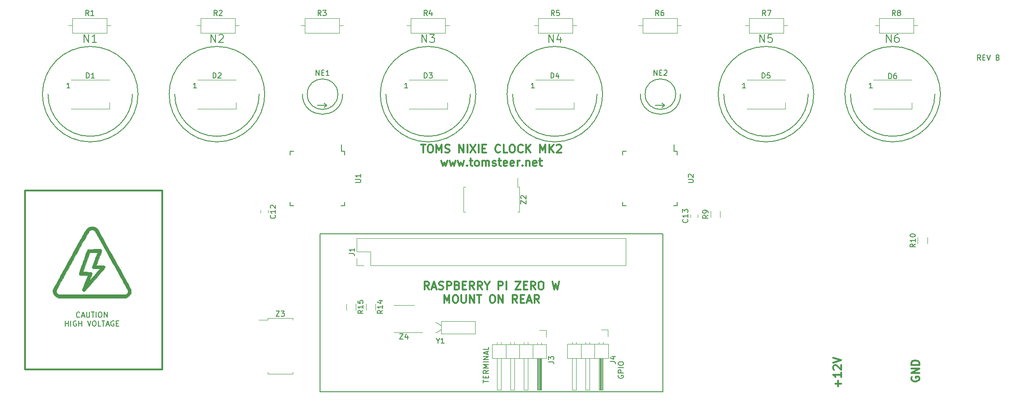
<source format=gbr>
G04 #@! TF.GenerationSoftware,KiCad,Pcbnew,5.1.5+dfsg1-2build2*
G04 #@! TF.CreationDate,2020-07-19T22:13:21-05:00*
G04 #@! TF.ProjectId,pi-nixie,70692d6e-6978-4696-952e-6b696361645f,rev?*
G04 #@! TF.SameCoordinates,Original*
G04 #@! TF.FileFunction,Legend,Top*
G04 #@! TF.FilePolarity,Positive*
%FSLAX46Y46*%
G04 Gerber Fmt 4.6, Leading zero omitted, Abs format (unit mm)*
G04 Created by KiCad (PCBNEW 5.1.5+dfsg1-2build2) date 2020-07-19 22:13:21*
%MOMM*%
%LPD*%
G04 APERTURE LIST*
%ADD10C,0.300000*%
%ADD11C,0.150000*%
%ADD12C,0.190000*%
%ADD13C,0.010000*%
%ADD14C,0.120000*%
%ADD15C,0.200000*%
G04 APERTURE END LIST*
D10*
X37675000Y-70275000D02*
X11675000Y-70275000D01*
X37675000Y-36275000D02*
X37675000Y-70275000D01*
X11675000Y-36275000D02*
X37675000Y-36275000D01*
X11675000Y-36275000D02*
X11675000Y-70275000D01*
D11*
X22015476Y-60257142D02*
X21967857Y-60304761D01*
X21825000Y-60352380D01*
X21729761Y-60352380D01*
X21586904Y-60304761D01*
X21491666Y-60209523D01*
X21444047Y-60114285D01*
X21396428Y-59923809D01*
X21396428Y-59780952D01*
X21444047Y-59590476D01*
X21491666Y-59495238D01*
X21586904Y-59400000D01*
X21729761Y-59352380D01*
X21825000Y-59352380D01*
X21967857Y-59400000D01*
X22015476Y-59447619D01*
X22396428Y-60066666D02*
X22872619Y-60066666D01*
X22301190Y-60352380D02*
X22634523Y-59352380D01*
X22967857Y-60352380D01*
X23301190Y-59352380D02*
X23301190Y-60161904D01*
X23348809Y-60257142D01*
X23396428Y-60304761D01*
X23491666Y-60352380D01*
X23682142Y-60352380D01*
X23777380Y-60304761D01*
X23825000Y-60257142D01*
X23872619Y-60161904D01*
X23872619Y-59352380D01*
X24205952Y-59352380D02*
X24777380Y-59352380D01*
X24491666Y-60352380D02*
X24491666Y-59352380D01*
X25110714Y-60352380D02*
X25110714Y-59352380D01*
X25777380Y-59352380D02*
X25967857Y-59352380D01*
X26063095Y-59400000D01*
X26158333Y-59495238D01*
X26205952Y-59685714D01*
X26205952Y-60019047D01*
X26158333Y-60209523D01*
X26063095Y-60304761D01*
X25967857Y-60352380D01*
X25777380Y-60352380D01*
X25682142Y-60304761D01*
X25586904Y-60209523D01*
X25539285Y-60019047D01*
X25539285Y-59685714D01*
X25586904Y-59495238D01*
X25682142Y-59400000D01*
X25777380Y-59352380D01*
X26634523Y-60352380D02*
X26634523Y-59352380D01*
X27205952Y-60352380D01*
X27205952Y-59352380D01*
X19277380Y-62002380D02*
X19277380Y-61002380D01*
X19277380Y-61478571D02*
X19848809Y-61478571D01*
X19848809Y-62002380D02*
X19848809Y-61002380D01*
X20325000Y-62002380D02*
X20325000Y-61002380D01*
X21325000Y-61050000D02*
X21229761Y-61002380D01*
X21086904Y-61002380D01*
X20944047Y-61050000D01*
X20848809Y-61145238D01*
X20801190Y-61240476D01*
X20753571Y-61430952D01*
X20753571Y-61573809D01*
X20801190Y-61764285D01*
X20848809Y-61859523D01*
X20944047Y-61954761D01*
X21086904Y-62002380D01*
X21182142Y-62002380D01*
X21325000Y-61954761D01*
X21372619Y-61907142D01*
X21372619Y-61573809D01*
X21182142Y-61573809D01*
X21801190Y-62002380D02*
X21801190Y-61002380D01*
X21801190Y-61478571D02*
X22372619Y-61478571D01*
X22372619Y-62002380D02*
X22372619Y-61002380D01*
X23467857Y-61002380D02*
X23801190Y-62002380D01*
X24134523Y-61002380D01*
X24658333Y-61002380D02*
X24848809Y-61002380D01*
X24944047Y-61050000D01*
X25039285Y-61145238D01*
X25086904Y-61335714D01*
X25086904Y-61669047D01*
X25039285Y-61859523D01*
X24944047Y-61954761D01*
X24848809Y-62002380D01*
X24658333Y-62002380D01*
X24563095Y-61954761D01*
X24467857Y-61859523D01*
X24420238Y-61669047D01*
X24420238Y-61335714D01*
X24467857Y-61145238D01*
X24563095Y-61050000D01*
X24658333Y-61002380D01*
X25991666Y-62002380D02*
X25515476Y-62002380D01*
X25515476Y-61002380D01*
X26182142Y-61002380D02*
X26753571Y-61002380D01*
X26467857Y-62002380D02*
X26467857Y-61002380D01*
X27039285Y-61716666D02*
X27515476Y-61716666D01*
X26944047Y-62002380D02*
X27277380Y-61002380D01*
X27610714Y-62002380D01*
X28467857Y-61050000D02*
X28372619Y-61002380D01*
X28229761Y-61002380D01*
X28086904Y-61050000D01*
X27991666Y-61145238D01*
X27944047Y-61240476D01*
X27896428Y-61430952D01*
X27896428Y-61573809D01*
X27944047Y-61764285D01*
X27991666Y-61859523D01*
X28086904Y-61954761D01*
X28229761Y-62002380D01*
X28325000Y-62002380D01*
X28467857Y-61954761D01*
X28515476Y-61907142D01*
X28515476Y-61573809D01*
X28325000Y-61573809D01*
X28944047Y-61478571D02*
X29277380Y-61478571D01*
X29420238Y-62002380D02*
X28944047Y-62002380D01*
X28944047Y-61002380D01*
X29420238Y-61002380D01*
X192647619Y-11552380D02*
X192314285Y-11076190D01*
X192076190Y-11552380D02*
X192076190Y-10552380D01*
X192457142Y-10552380D01*
X192552380Y-10600000D01*
X192600000Y-10647619D01*
X192647619Y-10742857D01*
X192647619Y-10885714D01*
X192600000Y-10980952D01*
X192552380Y-11028571D01*
X192457142Y-11076190D01*
X192076190Y-11076190D01*
X193076190Y-11028571D02*
X193409523Y-11028571D01*
X193552380Y-11552380D02*
X193076190Y-11552380D01*
X193076190Y-10552380D01*
X193552380Y-10552380D01*
X193838095Y-10552380D02*
X194171428Y-11552380D01*
X194504761Y-10552380D01*
X195933333Y-11028571D02*
X196076190Y-11076190D01*
X196123809Y-11123809D01*
X196171428Y-11219047D01*
X196171428Y-11361904D01*
X196123809Y-11457142D01*
X196076190Y-11504761D01*
X195980952Y-11552380D01*
X195600000Y-11552380D01*
X195600000Y-10552380D01*
X195933333Y-10552380D01*
X196028571Y-10600000D01*
X196076190Y-10647619D01*
X196123809Y-10742857D01*
X196123809Y-10838095D01*
X196076190Y-10933333D01*
X196028571Y-10980952D01*
X195933333Y-11028571D01*
X195600000Y-11028571D01*
D12*
X124050000Y-71350000D02*
X124002380Y-71445238D01*
X124002380Y-71588095D01*
X124050000Y-71730952D01*
X124145238Y-71826190D01*
X124240476Y-71873809D01*
X124430952Y-71921428D01*
X124573809Y-71921428D01*
X124764285Y-71873809D01*
X124859523Y-71826190D01*
X124954761Y-71730952D01*
X125002380Y-71588095D01*
X125002380Y-71492857D01*
X124954761Y-71350000D01*
X124907142Y-71302380D01*
X124573809Y-71302380D01*
X124573809Y-71492857D01*
X125002380Y-70873809D02*
X124002380Y-70873809D01*
X124002380Y-70492857D01*
X124050000Y-70397619D01*
X124097619Y-70350000D01*
X124192857Y-70302380D01*
X124335714Y-70302380D01*
X124430952Y-70350000D01*
X124478571Y-70397619D01*
X124526190Y-70492857D01*
X124526190Y-70873809D01*
X125002380Y-69873809D02*
X124002380Y-69873809D01*
X124002380Y-69207142D02*
X124002380Y-69016666D01*
X124050000Y-68921428D01*
X124145238Y-68826190D01*
X124335714Y-68778571D01*
X124669047Y-68778571D01*
X124859523Y-68826190D01*
X124954761Y-68921428D01*
X125002380Y-69016666D01*
X125002380Y-69207142D01*
X124954761Y-69302380D01*
X124859523Y-69397619D01*
X124669047Y-69445238D01*
X124335714Y-69445238D01*
X124145238Y-69397619D01*
X124050000Y-69302380D01*
X124002380Y-69207142D01*
X98452380Y-72779761D02*
X98452380Y-72208333D01*
X99452380Y-72494047D02*
X98452380Y-72494047D01*
X98928571Y-71875000D02*
X98928571Y-71541666D01*
X99452380Y-71398809D02*
X99452380Y-71875000D01*
X98452380Y-71875000D01*
X98452380Y-71398809D01*
X99452380Y-70398809D02*
X98976190Y-70732142D01*
X99452380Y-70970238D02*
X98452380Y-70970238D01*
X98452380Y-70589285D01*
X98500000Y-70494047D01*
X98547619Y-70446428D01*
X98642857Y-70398809D01*
X98785714Y-70398809D01*
X98880952Y-70446428D01*
X98928571Y-70494047D01*
X98976190Y-70589285D01*
X98976190Y-70970238D01*
X99452380Y-69970238D02*
X98452380Y-69970238D01*
X99166666Y-69636904D01*
X98452380Y-69303571D01*
X99452380Y-69303571D01*
X99452380Y-68827380D02*
X98452380Y-68827380D01*
X99452380Y-68351190D02*
X98452380Y-68351190D01*
X99452380Y-67779761D01*
X98452380Y-67779761D01*
X99166666Y-67351190D02*
X99166666Y-66875000D01*
X99452380Y-67446428D02*
X98452380Y-67113095D01*
X99452380Y-66779761D01*
X99452380Y-65970238D02*
X99452380Y-66446428D01*
X98452380Y-66446428D01*
D10*
X165682142Y-73492857D02*
X165682142Y-72350000D01*
X166253571Y-72921428D02*
X165110714Y-72921428D01*
X166253571Y-70850000D02*
X166253571Y-71707142D01*
X166253571Y-71278571D02*
X164753571Y-71278571D01*
X164967857Y-71421428D01*
X165110714Y-71564285D01*
X165182142Y-71707142D01*
X164896428Y-70278571D02*
X164825000Y-70207142D01*
X164753571Y-70064285D01*
X164753571Y-69707142D01*
X164825000Y-69564285D01*
X164896428Y-69492857D01*
X165039285Y-69421428D01*
X165182142Y-69421428D01*
X165396428Y-69492857D01*
X166253571Y-70350000D01*
X166253571Y-69421428D01*
X164753571Y-68992857D02*
X166253571Y-68492857D01*
X164753571Y-67992857D01*
X179600000Y-71667857D02*
X179528571Y-71810714D01*
X179528571Y-72025000D01*
X179600000Y-72239285D01*
X179742857Y-72382142D01*
X179885714Y-72453571D01*
X180171428Y-72525000D01*
X180385714Y-72525000D01*
X180671428Y-72453571D01*
X180814285Y-72382142D01*
X180957142Y-72239285D01*
X181028571Y-72025000D01*
X181028571Y-71882142D01*
X180957142Y-71667857D01*
X180885714Y-71596428D01*
X180385714Y-71596428D01*
X180385714Y-71882142D01*
X181028571Y-70953571D02*
X179528571Y-70953571D01*
X181028571Y-70096428D01*
X179528571Y-70096428D01*
X181028571Y-69382142D02*
X179528571Y-69382142D01*
X179528571Y-69025000D01*
X179600000Y-68810714D01*
X179742857Y-68667857D01*
X179885714Y-68596428D01*
X180171428Y-68525000D01*
X180385714Y-68525000D01*
X180671428Y-68596428D01*
X180814285Y-68667857D01*
X180957142Y-68810714D01*
X181028571Y-69025000D01*
X181028571Y-69382142D01*
X86642857Y-27603571D02*
X87500000Y-27603571D01*
X87071428Y-29103571D02*
X87071428Y-27603571D01*
X88285714Y-27603571D02*
X88571428Y-27603571D01*
X88714285Y-27675000D01*
X88857142Y-27817857D01*
X88928571Y-28103571D01*
X88928571Y-28603571D01*
X88857142Y-28889285D01*
X88714285Y-29032142D01*
X88571428Y-29103571D01*
X88285714Y-29103571D01*
X88142857Y-29032142D01*
X88000000Y-28889285D01*
X87928571Y-28603571D01*
X87928571Y-28103571D01*
X88000000Y-27817857D01*
X88142857Y-27675000D01*
X88285714Y-27603571D01*
X89571428Y-29103571D02*
X89571428Y-27603571D01*
X90071428Y-28675000D01*
X90571428Y-27603571D01*
X90571428Y-29103571D01*
X91214285Y-29032142D02*
X91428571Y-29103571D01*
X91785714Y-29103571D01*
X91928571Y-29032142D01*
X92000000Y-28960714D01*
X92071428Y-28817857D01*
X92071428Y-28675000D01*
X92000000Y-28532142D01*
X91928571Y-28460714D01*
X91785714Y-28389285D01*
X91500000Y-28317857D01*
X91357142Y-28246428D01*
X91285714Y-28175000D01*
X91214285Y-28032142D01*
X91214285Y-27889285D01*
X91285714Y-27746428D01*
X91357142Y-27675000D01*
X91500000Y-27603571D01*
X91857142Y-27603571D01*
X92071428Y-27675000D01*
X93857142Y-29103571D02*
X93857142Y-27603571D01*
X94714285Y-29103571D01*
X94714285Y-27603571D01*
X95428571Y-29103571D02*
X95428571Y-27603571D01*
X96000000Y-27603571D02*
X97000000Y-29103571D01*
X97000000Y-27603571D02*
X96000000Y-29103571D01*
X97571428Y-29103571D02*
X97571428Y-27603571D01*
X98285714Y-28317857D02*
X98785714Y-28317857D01*
X99000000Y-29103571D02*
X98285714Y-29103571D01*
X98285714Y-27603571D01*
X99000000Y-27603571D01*
X101642857Y-28960714D02*
X101571428Y-29032142D01*
X101357142Y-29103571D01*
X101214285Y-29103571D01*
X101000000Y-29032142D01*
X100857142Y-28889285D01*
X100785714Y-28746428D01*
X100714285Y-28460714D01*
X100714285Y-28246428D01*
X100785714Y-27960714D01*
X100857142Y-27817857D01*
X101000000Y-27675000D01*
X101214285Y-27603571D01*
X101357142Y-27603571D01*
X101571428Y-27675000D01*
X101642857Y-27746428D01*
X103000000Y-29103571D02*
X102285714Y-29103571D01*
X102285714Y-27603571D01*
X103785714Y-27603571D02*
X104071428Y-27603571D01*
X104214285Y-27675000D01*
X104357142Y-27817857D01*
X104428571Y-28103571D01*
X104428571Y-28603571D01*
X104357142Y-28889285D01*
X104214285Y-29032142D01*
X104071428Y-29103571D01*
X103785714Y-29103571D01*
X103642857Y-29032142D01*
X103500000Y-28889285D01*
X103428571Y-28603571D01*
X103428571Y-28103571D01*
X103500000Y-27817857D01*
X103642857Y-27675000D01*
X103785714Y-27603571D01*
X105928571Y-28960714D02*
X105857142Y-29032142D01*
X105642857Y-29103571D01*
X105500000Y-29103571D01*
X105285714Y-29032142D01*
X105142857Y-28889285D01*
X105071428Y-28746428D01*
X105000000Y-28460714D01*
X105000000Y-28246428D01*
X105071428Y-27960714D01*
X105142857Y-27817857D01*
X105285714Y-27675000D01*
X105500000Y-27603571D01*
X105642857Y-27603571D01*
X105857142Y-27675000D01*
X105928571Y-27746428D01*
X106571428Y-29103571D02*
X106571428Y-27603571D01*
X107428571Y-29103571D02*
X106785714Y-28246428D01*
X107428571Y-27603571D02*
X106571428Y-28460714D01*
X109214285Y-29103571D02*
X109214285Y-27603571D01*
X109714285Y-28675000D01*
X110214285Y-27603571D01*
X110214285Y-29103571D01*
X110928571Y-29103571D02*
X110928571Y-27603571D01*
X111785714Y-29103571D02*
X111142857Y-28246428D01*
X111785714Y-27603571D02*
X110928571Y-28460714D01*
X112357142Y-27746428D02*
X112428571Y-27675000D01*
X112571428Y-27603571D01*
X112928571Y-27603571D01*
X113071428Y-27675000D01*
X113142857Y-27746428D01*
X113214285Y-27889285D01*
X113214285Y-28032142D01*
X113142857Y-28246428D01*
X112285714Y-29103571D01*
X113214285Y-29103571D01*
X90500000Y-30653571D02*
X90785714Y-31653571D01*
X91071428Y-30939285D01*
X91357142Y-31653571D01*
X91642857Y-30653571D01*
X92071428Y-30653571D02*
X92357142Y-31653571D01*
X92642857Y-30939285D01*
X92928571Y-31653571D01*
X93214285Y-30653571D01*
X93642857Y-30653571D02*
X93928571Y-31653571D01*
X94214285Y-30939285D01*
X94500000Y-31653571D01*
X94785714Y-30653571D01*
X95357142Y-31510714D02*
X95428571Y-31582142D01*
X95357142Y-31653571D01*
X95285714Y-31582142D01*
X95357142Y-31510714D01*
X95357142Y-31653571D01*
X95857142Y-30653571D02*
X96428571Y-30653571D01*
X96071428Y-30153571D02*
X96071428Y-31439285D01*
X96142857Y-31582142D01*
X96285714Y-31653571D01*
X96428571Y-31653571D01*
X97142857Y-31653571D02*
X97000000Y-31582142D01*
X96928571Y-31510714D01*
X96857142Y-31367857D01*
X96857142Y-30939285D01*
X96928571Y-30796428D01*
X97000000Y-30725000D01*
X97142857Y-30653571D01*
X97357142Y-30653571D01*
X97500000Y-30725000D01*
X97571428Y-30796428D01*
X97642857Y-30939285D01*
X97642857Y-31367857D01*
X97571428Y-31510714D01*
X97500000Y-31582142D01*
X97357142Y-31653571D01*
X97142857Y-31653571D01*
X98285714Y-31653571D02*
X98285714Y-30653571D01*
X98285714Y-30796428D02*
X98357142Y-30725000D01*
X98500000Y-30653571D01*
X98714285Y-30653571D01*
X98857142Y-30725000D01*
X98928571Y-30867857D01*
X98928571Y-31653571D01*
X98928571Y-30867857D02*
X99000000Y-30725000D01*
X99142857Y-30653571D01*
X99357142Y-30653571D01*
X99500000Y-30725000D01*
X99571428Y-30867857D01*
X99571428Y-31653571D01*
X100214285Y-31582142D02*
X100357142Y-31653571D01*
X100642857Y-31653571D01*
X100785714Y-31582142D01*
X100857142Y-31439285D01*
X100857142Y-31367857D01*
X100785714Y-31225000D01*
X100642857Y-31153571D01*
X100428571Y-31153571D01*
X100285714Y-31082142D01*
X100214285Y-30939285D01*
X100214285Y-30867857D01*
X100285714Y-30725000D01*
X100428571Y-30653571D01*
X100642857Y-30653571D01*
X100785714Y-30725000D01*
X101285714Y-30653571D02*
X101857142Y-30653571D01*
X101500000Y-30153571D02*
X101500000Y-31439285D01*
X101571428Y-31582142D01*
X101714285Y-31653571D01*
X101857142Y-31653571D01*
X102928571Y-31582142D02*
X102785714Y-31653571D01*
X102500000Y-31653571D01*
X102357142Y-31582142D01*
X102285714Y-31439285D01*
X102285714Y-30867857D01*
X102357142Y-30725000D01*
X102500000Y-30653571D01*
X102785714Y-30653571D01*
X102928571Y-30725000D01*
X103000000Y-30867857D01*
X103000000Y-31010714D01*
X102285714Y-31153571D01*
X104214285Y-31582142D02*
X104071428Y-31653571D01*
X103785714Y-31653571D01*
X103642857Y-31582142D01*
X103571428Y-31439285D01*
X103571428Y-30867857D01*
X103642857Y-30725000D01*
X103785714Y-30653571D01*
X104071428Y-30653571D01*
X104214285Y-30725000D01*
X104285714Y-30867857D01*
X104285714Y-31010714D01*
X103571428Y-31153571D01*
X104928571Y-31653571D02*
X104928571Y-30653571D01*
X104928571Y-30939285D02*
X105000000Y-30796428D01*
X105071428Y-30725000D01*
X105214285Y-30653571D01*
X105357142Y-30653571D01*
X105857142Y-31510714D02*
X105928571Y-31582142D01*
X105857142Y-31653571D01*
X105785714Y-31582142D01*
X105857142Y-31510714D01*
X105857142Y-31653571D01*
X106571428Y-30653571D02*
X106571428Y-31653571D01*
X106571428Y-30796428D02*
X106642857Y-30725000D01*
X106785714Y-30653571D01*
X107000000Y-30653571D01*
X107142857Y-30725000D01*
X107214285Y-30867857D01*
X107214285Y-31653571D01*
X108500000Y-31582142D02*
X108357142Y-31653571D01*
X108071428Y-31653571D01*
X107928571Y-31582142D01*
X107857142Y-31439285D01*
X107857142Y-30867857D01*
X107928571Y-30725000D01*
X108071428Y-30653571D01*
X108357142Y-30653571D01*
X108500000Y-30725000D01*
X108571428Y-30867857D01*
X108571428Y-31010714D01*
X107857142Y-31153571D01*
X109000000Y-30653571D02*
X109571428Y-30653571D01*
X109214285Y-30153571D02*
X109214285Y-31439285D01*
X109285714Y-31582142D01*
X109428571Y-31653571D01*
X109571428Y-31653571D01*
X88178571Y-55053571D02*
X87678571Y-54339285D01*
X87321428Y-55053571D02*
X87321428Y-53553571D01*
X87892857Y-53553571D01*
X88035714Y-53625000D01*
X88107142Y-53696428D01*
X88178571Y-53839285D01*
X88178571Y-54053571D01*
X88107142Y-54196428D01*
X88035714Y-54267857D01*
X87892857Y-54339285D01*
X87321428Y-54339285D01*
X88750000Y-54625000D02*
X89464285Y-54625000D01*
X88607142Y-55053571D02*
X89107142Y-53553571D01*
X89607142Y-55053571D01*
X90035714Y-54982142D02*
X90250000Y-55053571D01*
X90607142Y-55053571D01*
X90750000Y-54982142D01*
X90821428Y-54910714D01*
X90892857Y-54767857D01*
X90892857Y-54625000D01*
X90821428Y-54482142D01*
X90750000Y-54410714D01*
X90607142Y-54339285D01*
X90321428Y-54267857D01*
X90178571Y-54196428D01*
X90107142Y-54125000D01*
X90035714Y-53982142D01*
X90035714Y-53839285D01*
X90107142Y-53696428D01*
X90178571Y-53625000D01*
X90321428Y-53553571D01*
X90678571Y-53553571D01*
X90892857Y-53625000D01*
X91535714Y-55053571D02*
X91535714Y-53553571D01*
X92107142Y-53553571D01*
X92250000Y-53625000D01*
X92321428Y-53696428D01*
X92392857Y-53839285D01*
X92392857Y-54053571D01*
X92321428Y-54196428D01*
X92250000Y-54267857D01*
X92107142Y-54339285D01*
X91535714Y-54339285D01*
X93535714Y-54267857D02*
X93750000Y-54339285D01*
X93821428Y-54410714D01*
X93892857Y-54553571D01*
X93892857Y-54767857D01*
X93821428Y-54910714D01*
X93750000Y-54982142D01*
X93607142Y-55053571D01*
X93035714Y-55053571D01*
X93035714Y-53553571D01*
X93535714Y-53553571D01*
X93678571Y-53625000D01*
X93750000Y-53696428D01*
X93821428Y-53839285D01*
X93821428Y-53982142D01*
X93750000Y-54125000D01*
X93678571Y-54196428D01*
X93535714Y-54267857D01*
X93035714Y-54267857D01*
X94535714Y-54267857D02*
X95035714Y-54267857D01*
X95250000Y-55053571D02*
X94535714Y-55053571D01*
X94535714Y-53553571D01*
X95250000Y-53553571D01*
X96750000Y-55053571D02*
X96250000Y-54339285D01*
X95892857Y-55053571D02*
X95892857Y-53553571D01*
X96464285Y-53553571D01*
X96607142Y-53625000D01*
X96678571Y-53696428D01*
X96750000Y-53839285D01*
X96750000Y-54053571D01*
X96678571Y-54196428D01*
X96607142Y-54267857D01*
X96464285Y-54339285D01*
X95892857Y-54339285D01*
X98250000Y-55053571D02*
X97750000Y-54339285D01*
X97392857Y-55053571D02*
X97392857Y-53553571D01*
X97964285Y-53553571D01*
X98107142Y-53625000D01*
X98178571Y-53696428D01*
X98250000Y-53839285D01*
X98250000Y-54053571D01*
X98178571Y-54196428D01*
X98107142Y-54267857D01*
X97964285Y-54339285D01*
X97392857Y-54339285D01*
X99178571Y-54339285D02*
X99178571Y-55053571D01*
X98678571Y-53553571D02*
X99178571Y-54339285D01*
X99678571Y-53553571D01*
X101321428Y-55053571D02*
X101321428Y-53553571D01*
X101892857Y-53553571D01*
X102035714Y-53625000D01*
X102107142Y-53696428D01*
X102178571Y-53839285D01*
X102178571Y-54053571D01*
X102107142Y-54196428D01*
X102035714Y-54267857D01*
X101892857Y-54339285D01*
X101321428Y-54339285D01*
X102821428Y-55053571D02*
X102821428Y-53553571D01*
X104535714Y-53553571D02*
X105535714Y-53553571D01*
X104535714Y-55053571D01*
X105535714Y-55053571D01*
X106107142Y-54267857D02*
X106607142Y-54267857D01*
X106821428Y-55053571D02*
X106107142Y-55053571D01*
X106107142Y-53553571D01*
X106821428Y-53553571D01*
X108321428Y-55053571D02*
X107821428Y-54339285D01*
X107464285Y-55053571D02*
X107464285Y-53553571D01*
X108035714Y-53553571D01*
X108178571Y-53625000D01*
X108250000Y-53696428D01*
X108321428Y-53839285D01*
X108321428Y-54053571D01*
X108250000Y-54196428D01*
X108178571Y-54267857D01*
X108035714Y-54339285D01*
X107464285Y-54339285D01*
X109250000Y-53553571D02*
X109535714Y-53553571D01*
X109678571Y-53625000D01*
X109821428Y-53767857D01*
X109892857Y-54053571D01*
X109892857Y-54553571D01*
X109821428Y-54839285D01*
X109678571Y-54982142D01*
X109535714Y-55053571D01*
X109250000Y-55053571D01*
X109107142Y-54982142D01*
X108964285Y-54839285D01*
X108892857Y-54553571D01*
X108892857Y-54053571D01*
X108964285Y-53767857D01*
X109107142Y-53625000D01*
X109250000Y-53553571D01*
X111535714Y-53553571D02*
X111892857Y-55053571D01*
X112178571Y-53982142D01*
X112464285Y-55053571D01*
X112821428Y-53553571D01*
X91035714Y-57603571D02*
X91035714Y-56103571D01*
X91535714Y-57175000D01*
X92035714Y-56103571D01*
X92035714Y-57603571D01*
X93035714Y-56103571D02*
X93321428Y-56103571D01*
X93464285Y-56175000D01*
X93607142Y-56317857D01*
X93678571Y-56603571D01*
X93678571Y-57103571D01*
X93607142Y-57389285D01*
X93464285Y-57532142D01*
X93321428Y-57603571D01*
X93035714Y-57603571D01*
X92892857Y-57532142D01*
X92750000Y-57389285D01*
X92678571Y-57103571D01*
X92678571Y-56603571D01*
X92750000Y-56317857D01*
X92892857Y-56175000D01*
X93035714Y-56103571D01*
X94321428Y-56103571D02*
X94321428Y-57317857D01*
X94392857Y-57460714D01*
X94464285Y-57532142D01*
X94607142Y-57603571D01*
X94892857Y-57603571D01*
X95035714Y-57532142D01*
X95107142Y-57460714D01*
X95178571Y-57317857D01*
X95178571Y-56103571D01*
X95892857Y-57603571D02*
X95892857Y-56103571D01*
X96750000Y-57603571D01*
X96750000Y-56103571D01*
X97250000Y-56103571D02*
X98107142Y-56103571D01*
X97678571Y-57603571D02*
X97678571Y-56103571D01*
X100035714Y-56103571D02*
X100321428Y-56103571D01*
X100464285Y-56175000D01*
X100607142Y-56317857D01*
X100678571Y-56603571D01*
X100678571Y-57103571D01*
X100607142Y-57389285D01*
X100464285Y-57532142D01*
X100321428Y-57603571D01*
X100035714Y-57603571D01*
X99892857Y-57532142D01*
X99750000Y-57389285D01*
X99678571Y-57103571D01*
X99678571Y-56603571D01*
X99750000Y-56317857D01*
X99892857Y-56175000D01*
X100035714Y-56103571D01*
X101321428Y-57603571D02*
X101321428Y-56103571D01*
X102178571Y-57603571D01*
X102178571Y-56103571D01*
X104892857Y-57603571D02*
X104392857Y-56889285D01*
X104035714Y-57603571D02*
X104035714Y-56103571D01*
X104607142Y-56103571D01*
X104750000Y-56175000D01*
X104821428Y-56246428D01*
X104892857Y-56389285D01*
X104892857Y-56603571D01*
X104821428Y-56746428D01*
X104750000Y-56817857D01*
X104607142Y-56889285D01*
X104035714Y-56889285D01*
X105535714Y-56817857D02*
X106035714Y-56817857D01*
X106250000Y-57603571D02*
X105535714Y-57603571D01*
X105535714Y-56103571D01*
X106250000Y-56103571D01*
X106821428Y-57175000D02*
X107535714Y-57175000D01*
X106678571Y-57603571D02*
X107178571Y-56103571D01*
X107678571Y-57603571D01*
X109035714Y-57603571D02*
X108535714Y-56889285D01*
X108178571Y-57603571D02*
X108178571Y-56103571D01*
X108750000Y-56103571D01*
X108892857Y-56175000D01*
X108964285Y-56246428D01*
X109035714Y-56389285D01*
X109035714Y-56603571D01*
X108964285Y-56746428D01*
X108892857Y-56817857D01*
X108750000Y-56889285D01*
X108178571Y-56889285D01*
D13*
G36*
X24808362Y-47418250D02*
G01*
X25966377Y-47418250D01*
X26061729Y-47498483D01*
X26101962Y-47533183D01*
X26133784Y-47566800D01*
X26155855Y-47604660D01*
X26166833Y-47652089D01*
X26165378Y-47714411D01*
X26150150Y-47796952D01*
X26119809Y-47905039D01*
X26073013Y-48043995D01*
X26008422Y-48219148D01*
X25924696Y-48435822D01*
X25820493Y-48699343D01*
X25694474Y-49015036D01*
X25655355Y-49112860D01*
X25544795Y-49389658D01*
X25441823Y-49648099D01*
X25348776Y-49882272D01*
X25267992Y-50086263D01*
X25201807Y-50254163D01*
X25152558Y-50380058D01*
X25122582Y-50458038D01*
X25114000Y-50482286D01*
X25144242Y-50486841D01*
X25228942Y-50490878D01*
X25359057Y-50494193D01*
X25525544Y-50496585D01*
X25719363Y-50497851D01*
X25815639Y-50498000D01*
X26076454Y-50499223D01*
X26281405Y-50503845D01*
X26438099Y-50513297D01*
X26554140Y-50529009D01*
X26637136Y-50552409D01*
X26694690Y-50584929D01*
X26734410Y-50627997D01*
X26760600Y-50675649D01*
X26775828Y-50708528D01*
X26787976Y-50739024D01*
X26794719Y-50770226D01*
X26793731Y-50805221D01*
X26782686Y-50847099D01*
X26759260Y-50898947D01*
X26721127Y-50963853D01*
X26665961Y-51044906D01*
X26591436Y-51145194D01*
X26495228Y-51267806D01*
X26375010Y-51415829D01*
X26228458Y-51592352D01*
X26053245Y-51800462D01*
X25847046Y-52043249D01*
X25607537Y-52323801D01*
X25332390Y-52645205D01*
X25019281Y-53010551D01*
X24880138Y-53172892D01*
X24601510Y-53497542D01*
X24333892Y-53808487D01*
X24080255Y-54102324D01*
X23843571Y-54375651D01*
X23626809Y-54625066D01*
X23432940Y-54847167D01*
X23264937Y-55038551D01*
X23125769Y-55195817D01*
X23018407Y-55315563D01*
X22945823Y-55394385D01*
X22910987Y-55428883D01*
X22909041Y-55430092D01*
X22777475Y-55447664D01*
X22639194Y-55406174D01*
X22630360Y-55401508D01*
X22529621Y-55317775D01*
X22483839Y-55203245D01*
X22480251Y-55143524D01*
X22492139Y-55096186D01*
X22525562Y-54996413D01*
X22578114Y-54850588D01*
X22647388Y-54665091D01*
X22730979Y-54446302D01*
X22826481Y-54200601D01*
X22931487Y-53934370D01*
X23016811Y-53720625D01*
X23551871Y-52387125D01*
X22797854Y-52371250D01*
X22547112Y-52365640D01*
X22351977Y-52359430D01*
X22204572Y-52350789D01*
X22097016Y-52337887D01*
X22021430Y-52318891D01*
X21969934Y-52291972D01*
X21934648Y-52255298D01*
X21907694Y-52207039D01*
X21887161Y-52159643D01*
X21863138Y-52081166D01*
X21866236Y-52003677D01*
X21888012Y-51921518D01*
X21906711Y-51865944D01*
X21944702Y-51756772D01*
X21951919Y-51736250D01*
X22614767Y-51736250D01*
X23342085Y-51736250D01*
X23601958Y-51737248D01*
X23806030Y-51741093D01*
X23961980Y-51749060D01*
X24077488Y-51762424D01*
X24160232Y-51782460D01*
X24217893Y-51810444D01*
X24258150Y-51847650D01*
X24287558Y-51893241D01*
X24308278Y-51945982D01*
X24315511Y-52009043D01*
X24307324Y-52090013D01*
X24281782Y-52196478D01*
X24236951Y-52336024D01*
X24170896Y-52516241D01*
X24081683Y-52744713D01*
X24050643Y-52822481D01*
X23976108Y-53011049D01*
X23913119Y-53175286D01*
X23864383Y-53307707D01*
X23832610Y-53400826D01*
X23820507Y-53447155D01*
X23823844Y-53449347D01*
X23852733Y-53416365D01*
X23918587Y-53340132D01*
X24017107Y-53225658D01*
X24143990Y-53077954D01*
X24294934Y-52902031D01*
X24465638Y-52702899D01*
X24651800Y-52485568D01*
X24823701Y-52284752D01*
X25018224Y-52057092D01*
X25199483Y-51844279D01*
X25363409Y-51651143D01*
X25505930Y-51482511D01*
X25622976Y-51343210D01*
X25710476Y-51238070D01*
X25764360Y-51171916D01*
X25780750Y-51149690D01*
X25750600Y-51144568D01*
X25666553Y-51140083D01*
X25538210Y-51136491D01*
X25375171Y-51134050D01*
X25187037Y-51133017D01*
X25158449Y-51133000D01*
X24536149Y-51133000D01*
X24428199Y-51025049D01*
X24362573Y-50944603D01*
X24324445Y-50868787D01*
X24320250Y-50844208D01*
X24331759Y-50800275D01*
X24364691Y-50703804D01*
X24416650Y-50561122D01*
X24485238Y-50378557D01*
X24568060Y-50162434D01*
X24662719Y-49919080D01*
X24766820Y-49654822D01*
X24847550Y-49451971D01*
X24957186Y-49177652D01*
X25059817Y-48920857D01*
X25152989Y-48687728D01*
X25234246Y-48484408D01*
X25301134Y-48317040D01*
X25351197Y-48191768D01*
X25381980Y-48114734D01*
X25390925Y-48092343D01*
X25384138Y-48079246D01*
X25347748Y-48069554D01*
X25275537Y-48062993D01*
X25161286Y-48059292D01*
X24998777Y-48058179D01*
X24781791Y-48059381D01*
X24665705Y-48060593D01*
X23924410Y-48069125D01*
X23269589Y-49902687D01*
X22614767Y-51736250D01*
X21951919Y-51736250D01*
X21999785Y-51600154D01*
X22069760Y-51402244D01*
X22152426Y-51169195D01*
X22245584Y-50907161D01*
X22347032Y-50622294D01*
X22454572Y-50320749D01*
X22566002Y-50008678D01*
X22679123Y-49692235D01*
X22791735Y-49377573D01*
X22901637Y-49070846D01*
X23006629Y-48778207D01*
X23104511Y-48505809D01*
X23193083Y-48259806D01*
X23270145Y-48046351D01*
X23333496Y-47871597D01*
X23380936Y-47741698D01*
X23410266Y-47662808D01*
X23416311Y-47647217D01*
X23439674Y-47590682D01*
X23464194Y-47544314D01*
X23496000Y-47507105D01*
X23541219Y-47478049D01*
X23605978Y-47456137D01*
X23696404Y-47440361D01*
X23818626Y-47429713D01*
X23978770Y-47423186D01*
X24182965Y-47419772D01*
X24437336Y-47418462D01*
X24748013Y-47418249D01*
X24808362Y-47418250D01*
G37*
X24808362Y-47418250D02*
X25966377Y-47418250D01*
X26061729Y-47498483D01*
X26101962Y-47533183D01*
X26133784Y-47566800D01*
X26155855Y-47604660D01*
X26166833Y-47652089D01*
X26165378Y-47714411D01*
X26150150Y-47796952D01*
X26119809Y-47905039D01*
X26073013Y-48043995D01*
X26008422Y-48219148D01*
X25924696Y-48435822D01*
X25820493Y-48699343D01*
X25694474Y-49015036D01*
X25655355Y-49112860D01*
X25544795Y-49389658D01*
X25441823Y-49648099D01*
X25348776Y-49882272D01*
X25267992Y-50086263D01*
X25201807Y-50254163D01*
X25152558Y-50380058D01*
X25122582Y-50458038D01*
X25114000Y-50482286D01*
X25144242Y-50486841D01*
X25228942Y-50490878D01*
X25359057Y-50494193D01*
X25525544Y-50496585D01*
X25719363Y-50497851D01*
X25815639Y-50498000D01*
X26076454Y-50499223D01*
X26281405Y-50503845D01*
X26438099Y-50513297D01*
X26554140Y-50529009D01*
X26637136Y-50552409D01*
X26694690Y-50584929D01*
X26734410Y-50627997D01*
X26760600Y-50675649D01*
X26775828Y-50708528D01*
X26787976Y-50739024D01*
X26794719Y-50770226D01*
X26793731Y-50805221D01*
X26782686Y-50847099D01*
X26759260Y-50898947D01*
X26721127Y-50963853D01*
X26665961Y-51044906D01*
X26591436Y-51145194D01*
X26495228Y-51267806D01*
X26375010Y-51415829D01*
X26228458Y-51592352D01*
X26053245Y-51800462D01*
X25847046Y-52043249D01*
X25607537Y-52323801D01*
X25332390Y-52645205D01*
X25019281Y-53010551D01*
X24880138Y-53172892D01*
X24601510Y-53497542D01*
X24333892Y-53808487D01*
X24080255Y-54102324D01*
X23843571Y-54375651D01*
X23626809Y-54625066D01*
X23432940Y-54847167D01*
X23264937Y-55038551D01*
X23125769Y-55195817D01*
X23018407Y-55315563D01*
X22945823Y-55394385D01*
X22910987Y-55428883D01*
X22909041Y-55430092D01*
X22777475Y-55447664D01*
X22639194Y-55406174D01*
X22630360Y-55401508D01*
X22529621Y-55317775D01*
X22483839Y-55203245D01*
X22480251Y-55143524D01*
X22492139Y-55096186D01*
X22525562Y-54996413D01*
X22578114Y-54850588D01*
X22647388Y-54665091D01*
X22730979Y-54446302D01*
X22826481Y-54200601D01*
X22931487Y-53934370D01*
X23016811Y-53720625D01*
X23551871Y-52387125D01*
X22797854Y-52371250D01*
X22547112Y-52365640D01*
X22351977Y-52359430D01*
X22204572Y-52350789D01*
X22097016Y-52337887D01*
X22021430Y-52318891D01*
X21969934Y-52291972D01*
X21934648Y-52255298D01*
X21907694Y-52207039D01*
X21887161Y-52159643D01*
X21863138Y-52081166D01*
X21866236Y-52003677D01*
X21888012Y-51921518D01*
X21906711Y-51865944D01*
X21944702Y-51756772D01*
X21951919Y-51736250D01*
X22614767Y-51736250D01*
X23342085Y-51736250D01*
X23601958Y-51737248D01*
X23806030Y-51741093D01*
X23961980Y-51749060D01*
X24077488Y-51762424D01*
X24160232Y-51782460D01*
X24217893Y-51810444D01*
X24258150Y-51847650D01*
X24287558Y-51893241D01*
X24308278Y-51945982D01*
X24315511Y-52009043D01*
X24307324Y-52090013D01*
X24281782Y-52196478D01*
X24236951Y-52336024D01*
X24170896Y-52516241D01*
X24081683Y-52744713D01*
X24050643Y-52822481D01*
X23976108Y-53011049D01*
X23913119Y-53175286D01*
X23864383Y-53307707D01*
X23832610Y-53400826D01*
X23820507Y-53447155D01*
X23823844Y-53449347D01*
X23852733Y-53416365D01*
X23918587Y-53340132D01*
X24017107Y-53225658D01*
X24143990Y-53077954D01*
X24294934Y-52902031D01*
X24465638Y-52702899D01*
X24651800Y-52485568D01*
X24823701Y-52284752D01*
X25018224Y-52057092D01*
X25199483Y-51844279D01*
X25363409Y-51651143D01*
X25505930Y-51482511D01*
X25622976Y-51343210D01*
X25710476Y-51238070D01*
X25764360Y-51171916D01*
X25780750Y-51149690D01*
X25750600Y-51144568D01*
X25666553Y-51140083D01*
X25538210Y-51136491D01*
X25375171Y-51134050D01*
X25187037Y-51133017D01*
X25158449Y-51133000D01*
X24536149Y-51133000D01*
X24428199Y-51025049D01*
X24362573Y-50944603D01*
X24324445Y-50868787D01*
X24320250Y-50844208D01*
X24331759Y-50800275D01*
X24364691Y-50703804D01*
X24416650Y-50561122D01*
X24485238Y-50378557D01*
X24568060Y-50162434D01*
X24662719Y-49919080D01*
X24766820Y-49654822D01*
X24847550Y-49451971D01*
X24957186Y-49177652D01*
X25059817Y-48920857D01*
X25152989Y-48687728D01*
X25234246Y-48484408D01*
X25301134Y-48317040D01*
X25351197Y-48191768D01*
X25381980Y-48114734D01*
X25390925Y-48092343D01*
X25384138Y-48079246D01*
X25347748Y-48069554D01*
X25275537Y-48062993D01*
X25161286Y-48059292D01*
X24998777Y-48058179D01*
X24781791Y-48059381D01*
X24665705Y-48060593D01*
X23924410Y-48069125D01*
X23269589Y-49902687D01*
X22614767Y-51736250D01*
X21951919Y-51736250D01*
X21999785Y-51600154D01*
X22069760Y-51402244D01*
X22152426Y-51169195D01*
X22245584Y-50907161D01*
X22347032Y-50622294D01*
X22454572Y-50320749D01*
X22566002Y-50008678D01*
X22679123Y-49692235D01*
X22791735Y-49377573D01*
X22901637Y-49070846D01*
X23006629Y-48778207D01*
X23104511Y-48505809D01*
X23193083Y-48259806D01*
X23270145Y-48046351D01*
X23333496Y-47871597D01*
X23380936Y-47741698D01*
X23410266Y-47662808D01*
X23416311Y-47647217D01*
X23439674Y-47590682D01*
X23464194Y-47544314D01*
X23496000Y-47507105D01*
X23541219Y-47478049D01*
X23605978Y-47456137D01*
X23696404Y-47440361D01*
X23818626Y-47429713D01*
X23978770Y-47423186D01*
X24182965Y-47419772D01*
X24437336Y-47418462D01*
X24748013Y-47418249D01*
X24808362Y-47418250D01*
G36*
X24591036Y-43126751D02*
G01*
X24839056Y-43200963D01*
X25069003Y-43316301D01*
X25264587Y-43465402D01*
X25349714Y-43556790D01*
X25376391Y-43598496D01*
X25431824Y-43692631D01*
X25514222Y-43835952D01*
X25621792Y-44025218D01*
X25752744Y-44257187D01*
X25905286Y-44528618D01*
X26077627Y-44836270D01*
X26267975Y-45176901D01*
X26474539Y-45547269D01*
X26695527Y-45944133D01*
X26929149Y-46364251D01*
X27173612Y-46804382D01*
X27427125Y-47261283D01*
X27687898Y-47731715D01*
X27954137Y-48212434D01*
X28224053Y-48700200D01*
X28495853Y-49191770D01*
X28767747Y-49683904D01*
X29037942Y-50173360D01*
X29304648Y-50656895D01*
X29566073Y-51131270D01*
X29820425Y-51593241D01*
X30065914Y-52039569D01*
X30300747Y-52467010D01*
X30523134Y-52872323D01*
X30731283Y-53252267D01*
X30923402Y-53603601D01*
X31097700Y-53923083D01*
X31252386Y-54207470D01*
X31385669Y-54453523D01*
X31495756Y-54657998D01*
X31580857Y-54817655D01*
X31639180Y-54929252D01*
X31668934Y-54989547D01*
X31671904Y-54996805D01*
X31712223Y-55174263D01*
X31726747Y-55382300D01*
X31714791Y-55593166D01*
X31690003Y-55728776D01*
X31602198Y-55956887D01*
X31461577Y-56172399D01*
X31278819Y-56363531D01*
X31064604Y-56518505D01*
X30900503Y-56599631D01*
X30717875Y-56673375D01*
X24383750Y-56679420D01*
X23625581Y-56680094D01*
X22928364Y-56680602D01*
X22289550Y-56680926D01*
X21706593Y-56681052D01*
X21176944Y-56680963D01*
X20698054Y-56680645D01*
X20267376Y-56680081D01*
X19882362Y-56679255D01*
X19540464Y-56678153D01*
X19239134Y-56676758D01*
X18975824Y-56675055D01*
X18747985Y-56673029D01*
X18553071Y-56670663D01*
X18388532Y-56667942D01*
X18251822Y-56664850D01*
X18140391Y-56661372D01*
X18051692Y-56657492D01*
X17983177Y-56653195D01*
X17932298Y-56648464D01*
X17896507Y-56643285D01*
X17879562Y-56639519D01*
X17624505Y-56539883D01*
X17402414Y-56392355D01*
X17217608Y-56205086D01*
X17074403Y-55986228D01*
X16977117Y-55743931D01*
X16930068Y-55486346D01*
X16930239Y-55480302D01*
X17561478Y-55480302D01*
X17578965Y-55584745D01*
X17620652Y-55688406D01*
X17720439Y-55837040D01*
X17853884Y-55954823D01*
X17991998Y-56021964D01*
X18032290Y-56024661D01*
X18132997Y-56027303D01*
X18291030Y-56029877D01*
X18503304Y-56032369D01*
X18766732Y-56034765D01*
X19078228Y-56037050D01*
X19434705Y-56039211D01*
X19833076Y-56041234D01*
X20270256Y-56043105D01*
X20743157Y-56044809D01*
X21248694Y-56046333D01*
X21783779Y-56047663D01*
X22345327Y-56048783D01*
X22930250Y-56049682D01*
X23535463Y-56050343D01*
X24157879Y-56050754D01*
X24336125Y-56050823D01*
X25077836Y-56051046D01*
X25758707Y-56051198D01*
X26381400Y-56051254D01*
X26948573Y-56051192D01*
X27462888Y-56050989D01*
X27927005Y-56050621D01*
X28343584Y-56050065D01*
X28715285Y-56049298D01*
X29044770Y-56048296D01*
X29334697Y-56047037D01*
X29587728Y-56045497D01*
X29806524Y-56043652D01*
X29993743Y-56041480D01*
X30152047Y-56038957D01*
X30284096Y-56036061D01*
X30392551Y-56032767D01*
X30480071Y-56029052D01*
X30549317Y-56024894D01*
X30602950Y-56020268D01*
X30643630Y-56015153D01*
X30674016Y-56009524D01*
X30696771Y-56003358D01*
X30714553Y-55996632D01*
X30718147Y-55995036D01*
X30877572Y-55890626D01*
X31001392Y-55745432D01*
X31081526Y-55573642D01*
X31109891Y-55389446D01*
X31104987Y-55315882D01*
X31080548Y-55218438D01*
X31035501Y-55099723D01*
X31002198Y-55029524D01*
X30957999Y-54946572D01*
X30886401Y-54814394D01*
X30789195Y-54636222D01*
X30668175Y-54415289D01*
X30525131Y-54154830D01*
X30361858Y-53858076D01*
X30180147Y-53528262D01*
X29981791Y-53168620D01*
X29768581Y-52782384D01*
X29542311Y-52372787D01*
X29304773Y-51943062D01*
X29057759Y-51496443D01*
X28803061Y-51036162D01*
X28542472Y-50565453D01*
X28277784Y-50087550D01*
X28010791Y-49605685D01*
X27743283Y-49123091D01*
X27477053Y-48643003D01*
X27213894Y-48168653D01*
X26955599Y-47703274D01*
X26703959Y-47250099D01*
X26460767Y-46812363D01*
X26227815Y-46393297D01*
X26006896Y-45996136D01*
X25799802Y-45624113D01*
X25608325Y-45280460D01*
X25434258Y-44968411D01*
X25279394Y-44691200D01*
X25145524Y-44452059D01*
X25034441Y-44254222D01*
X24947937Y-44100922D01*
X24887805Y-43995392D01*
X24855837Y-43940865D01*
X24851256Y-43933968D01*
X24710509Y-43824823D01*
X24538151Y-43758790D01*
X24349043Y-43735703D01*
X24158043Y-43755399D01*
X23980010Y-43817710D01*
X23829804Y-43922474D01*
X23807117Y-43945558D01*
X23783530Y-43982102D01*
X23730780Y-44071558D01*
X23650371Y-44211236D01*
X23543807Y-44398446D01*
X23412593Y-44630495D01*
X23258231Y-44904694D01*
X23082227Y-45218351D01*
X22886084Y-45568776D01*
X22671307Y-45953277D01*
X22439398Y-46369163D01*
X22191863Y-46813744D01*
X21930204Y-47284328D01*
X21655927Y-47778226D01*
X21370536Y-48292744D01*
X21075533Y-48825194D01*
X20772423Y-49372883D01*
X20650628Y-49593125D01*
X20289295Y-50246694D01*
X19957444Y-50847051D01*
X19653814Y-51396545D01*
X19377144Y-51897525D01*
X19126174Y-52352342D01*
X18899644Y-52763345D01*
X18696293Y-53132884D01*
X18514861Y-53463309D01*
X18354087Y-53756968D01*
X18212711Y-54016213D01*
X18089472Y-54243393D01*
X17983111Y-54440856D01*
X17892365Y-54610954D01*
X17815976Y-54756036D01*
X17752682Y-54878452D01*
X17701223Y-54980550D01*
X17660338Y-55064682D01*
X17628768Y-55133196D01*
X17605251Y-55188443D01*
X17588528Y-55232771D01*
X17577337Y-55268532D01*
X17570418Y-55298074D01*
X17566512Y-55323747D01*
X17564475Y-55346230D01*
X17561478Y-55480302D01*
X16930239Y-55480302D01*
X16937572Y-55221625D01*
X16997801Y-54974750D01*
X17020380Y-54926607D01*
X17072239Y-54825692D01*
X17151868Y-54674768D01*
X17257759Y-54476600D01*
X17388405Y-54233952D01*
X17542296Y-53949587D01*
X17717924Y-53626272D01*
X17913781Y-53266769D01*
X18128358Y-52873843D01*
X18360147Y-52450258D01*
X18607640Y-51998778D01*
X18869327Y-51522168D01*
X19143700Y-51023192D01*
X19429252Y-50504614D01*
X19724473Y-49969198D01*
X20027855Y-49419709D01*
X20133794Y-49228000D01*
X20496529Y-48571823D01*
X20829930Y-47968921D01*
X21135323Y-47416961D01*
X21414031Y-46913608D01*
X21667377Y-46456528D01*
X21896687Y-46043387D01*
X22103283Y-45671851D01*
X22288489Y-45339586D01*
X22453630Y-45044257D01*
X22600029Y-44783531D01*
X22729011Y-44555073D01*
X22841898Y-44356549D01*
X22940015Y-44185626D01*
X23024687Y-44039969D01*
X23097236Y-43917243D01*
X23158986Y-43815115D01*
X23211262Y-43731251D01*
X23255388Y-43663317D01*
X23292686Y-43608978D01*
X23324482Y-43565900D01*
X23352099Y-43531750D01*
X23376861Y-43504193D01*
X23385125Y-43495646D01*
X23593720Y-43316614D01*
X23815648Y-43194254D01*
X24062134Y-43123932D01*
X24341233Y-43101026D01*
X24591036Y-43126751D01*
G37*
X24591036Y-43126751D02*
X24839056Y-43200963D01*
X25069003Y-43316301D01*
X25264587Y-43465402D01*
X25349714Y-43556790D01*
X25376391Y-43598496D01*
X25431824Y-43692631D01*
X25514222Y-43835952D01*
X25621792Y-44025218D01*
X25752744Y-44257187D01*
X25905286Y-44528618D01*
X26077627Y-44836270D01*
X26267975Y-45176901D01*
X26474539Y-45547269D01*
X26695527Y-45944133D01*
X26929149Y-46364251D01*
X27173612Y-46804382D01*
X27427125Y-47261283D01*
X27687898Y-47731715D01*
X27954137Y-48212434D01*
X28224053Y-48700200D01*
X28495853Y-49191770D01*
X28767747Y-49683904D01*
X29037942Y-50173360D01*
X29304648Y-50656895D01*
X29566073Y-51131270D01*
X29820425Y-51593241D01*
X30065914Y-52039569D01*
X30300747Y-52467010D01*
X30523134Y-52872323D01*
X30731283Y-53252267D01*
X30923402Y-53603601D01*
X31097700Y-53923083D01*
X31252386Y-54207470D01*
X31385669Y-54453523D01*
X31495756Y-54657998D01*
X31580857Y-54817655D01*
X31639180Y-54929252D01*
X31668934Y-54989547D01*
X31671904Y-54996805D01*
X31712223Y-55174263D01*
X31726747Y-55382300D01*
X31714791Y-55593166D01*
X31690003Y-55728776D01*
X31602198Y-55956887D01*
X31461577Y-56172399D01*
X31278819Y-56363531D01*
X31064604Y-56518505D01*
X30900503Y-56599631D01*
X30717875Y-56673375D01*
X24383750Y-56679420D01*
X23625581Y-56680094D01*
X22928364Y-56680602D01*
X22289550Y-56680926D01*
X21706593Y-56681052D01*
X21176944Y-56680963D01*
X20698054Y-56680645D01*
X20267376Y-56680081D01*
X19882362Y-56679255D01*
X19540464Y-56678153D01*
X19239134Y-56676758D01*
X18975824Y-56675055D01*
X18747985Y-56673029D01*
X18553071Y-56670663D01*
X18388532Y-56667942D01*
X18251822Y-56664850D01*
X18140391Y-56661372D01*
X18051692Y-56657492D01*
X17983177Y-56653195D01*
X17932298Y-56648464D01*
X17896507Y-56643285D01*
X17879562Y-56639519D01*
X17624505Y-56539883D01*
X17402414Y-56392355D01*
X17217608Y-56205086D01*
X17074403Y-55986228D01*
X16977117Y-55743931D01*
X16930068Y-55486346D01*
X16930239Y-55480302D01*
X17561478Y-55480302D01*
X17578965Y-55584745D01*
X17620652Y-55688406D01*
X17720439Y-55837040D01*
X17853884Y-55954823D01*
X17991998Y-56021964D01*
X18032290Y-56024661D01*
X18132997Y-56027303D01*
X18291030Y-56029877D01*
X18503304Y-56032369D01*
X18766732Y-56034765D01*
X19078228Y-56037050D01*
X19434705Y-56039211D01*
X19833076Y-56041234D01*
X20270256Y-56043105D01*
X20743157Y-56044809D01*
X21248694Y-56046333D01*
X21783779Y-56047663D01*
X22345327Y-56048783D01*
X22930250Y-56049682D01*
X23535463Y-56050343D01*
X24157879Y-56050754D01*
X24336125Y-56050823D01*
X25077836Y-56051046D01*
X25758707Y-56051198D01*
X26381400Y-56051254D01*
X26948573Y-56051192D01*
X27462888Y-56050989D01*
X27927005Y-56050621D01*
X28343584Y-56050065D01*
X28715285Y-56049298D01*
X29044770Y-56048296D01*
X29334697Y-56047037D01*
X29587728Y-56045497D01*
X29806524Y-56043652D01*
X29993743Y-56041480D01*
X30152047Y-56038957D01*
X30284096Y-56036061D01*
X30392551Y-56032767D01*
X30480071Y-56029052D01*
X30549317Y-56024894D01*
X30602950Y-56020268D01*
X30643630Y-56015153D01*
X30674016Y-56009524D01*
X30696771Y-56003358D01*
X30714553Y-55996632D01*
X30718147Y-55995036D01*
X30877572Y-55890626D01*
X31001392Y-55745432D01*
X31081526Y-55573642D01*
X31109891Y-55389446D01*
X31104987Y-55315882D01*
X31080548Y-55218438D01*
X31035501Y-55099723D01*
X31002198Y-55029524D01*
X30957999Y-54946572D01*
X30886401Y-54814394D01*
X30789195Y-54636222D01*
X30668175Y-54415289D01*
X30525131Y-54154830D01*
X30361858Y-53858076D01*
X30180147Y-53528262D01*
X29981791Y-53168620D01*
X29768581Y-52782384D01*
X29542311Y-52372787D01*
X29304773Y-51943062D01*
X29057759Y-51496443D01*
X28803061Y-51036162D01*
X28542472Y-50565453D01*
X28277784Y-50087550D01*
X28010791Y-49605685D01*
X27743283Y-49123091D01*
X27477053Y-48643003D01*
X27213894Y-48168653D01*
X26955599Y-47703274D01*
X26703959Y-47250099D01*
X26460767Y-46812363D01*
X26227815Y-46393297D01*
X26006896Y-45996136D01*
X25799802Y-45624113D01*
X25608325Y-45280460D01*
X25434258Y-44968411D01*
X25279394Y-44691200D01*
X25145524Y-44452059D01*
X25034441Y-44254222D01*
X24947937Y-44100922D01*
X24887805Y-43995392D01*
X24855837Y-43940865D01*
X24851256Y-43933968D01*
X24710509Y-43824823D01*
X24538151Y-43758790D01*
X24349043Y-43735703D01*
X24158043Y-43755399D01*
X23980010Y-43817710D01*
X23829804Y-43922474D01*
X23807117Y-43945558D01*
X23783530Y-43982102D01*
X23730780Y-44071558D01*
X23650371Y-44211236D01*
X23543807Y-44398446D01*
X23412593Y-44630495D01*
X23258231Y-44904694D01*
X23082227Y-45218351D01*
X22886084Y-45568776D01*
X22671307Y-45953277D01*
X22439398Y-46369163D01*
X22191863Y-46813744D01*
X21930204Y-47284328D01*
X21655927Y-47778226D01*
X21370536Y-48292744D01*
X21075533Y-48825194D01*
X20772423Y-49372883D01*
X20650628Y-49593125D01*
X20289295Y-50246694D01*
X19957444Y-50847051D01*
X19653814Y-51396545D01*
X19377144Y-51897525D01*
X19126174Y-52352342D01*
X18899644Y-52763345D01*
X18696293Y-53132884D01*
X18514861Y-53463309D01*
X18354087Y-53756968D01*
X18212711Y-54016213D01*
X18089472Y-54243393D01*
X17983111Y-54440856D01*
X17892365Y-54610954D01*
X17815976Y-54756036D01*
X17752682Y-54878452D01*
X17701223Y-54980550D01*
X17660338Y-55064682D01*
X17628768Y-55133196D01*
X17605251Y-55188443D01*
X17588528Y-55232771D01*
X17577337Y-55268532D01*
X17570418Y-55298074D01*
X17566512Y-55323747D01*
X17564475Y-55346230D01*
X17561478Y-55480302D01*
X16930239Y-55480302D01*
X16937572Y-55221625D01*
X16997801Y-54974750D01*
X17020380Y-54926607D01*
X17072239Y-54825692D01*
X17151868Y-54674768D01*
X17257759Y-54476600D01*
X17388405Y-54233952D01*
X17542296Y-53949587D01*
X17717924Y-53626272D01*
X17913781Y-53266769D01*
X18128358Y-52873843D01*
X18360147Y-52450258D01*
X18607640Y-51998778D01*
X18869327Y-51522168D01*
X19143700Y-51023192D01*
X19429252Y-50504614D01*
X19724473Y-49969198D01*
X20027855Y-49419709D01*
X20133794Y-49228000D01*
X20496529Y-48571823D01*
X20829930Y-47968921D01*
X21135323Y-47416961D01*
X21414031Y-46913608D01*
X21667377Y-46456528D01*
X21896687Y-46043387D01*
X22103283Y-45671851D01*
X22288489Y-45339586D01*
X22453630Y-45044257D01*
X22600029Y-44783531D01*
X22729011Y-44555073D01*
X22841898Y-44356549D01*
X22940015Y-44185626D01*
X23024687Y-44039969D01*
X23097236Y-43917243D01*
X23158986Y-43815115D01*
X23211262Y-43731251D01*
X23255388Y-43663317D01*
X23292686Y-43608978D01*
X23324482Y-43565900D01*
X23352099Y-43531750D01*
X23376861Y-43504193D01*
X23385125Y-43495646D01*
X23593720Y-43316614D01*
X23815648Y-43194254D01*
X24062134Y-43123932D01*
X24341233Y-43101026D01*
X24591036Y-43126751D01*
D14*
X92040000Y-5000000D02*
X91270000Y-5000000D01*
X83960000Y-5000000D02*
X84730000Y-5000000D01*
X91270000Y-3630000D02*
X84730000Y-3630000D01*
X91270000Y-6370000D02*
X91270000Y-3630000D01*
X84730000Y-6370000D02*
X91270000Y-6370000D01*
X84730000Y-3630000D02*
X84730000Y-6370000D01*
D11*
X134600000Y-28825000D02*
X134600000Y-27550000D01*
X135175000Y-39175000D02*
X135175000Y-38500000D01*
X124825000Y-39175000D02*
X124825000Y-38500000D01*
X124825000Y-28825000D02*
X124825000Y-29500000D01*
X135175000Y-28825000D02*
X135175000Y-29500000D01*
X124825000Y-28825000D02*
X125500000Y-28825000D01*
X124825000Y-39175000D02*
X125500000Y-39175000D01*
X135175000Y-39175000D02*
X134500000Y-39175000D01*
X135175000Y-28825000D02*
X134600000Y-28825000D01*
X71600000Y-28825000D02*
X71600000Y-27550000D01*
X72175000Y-39175000D02*
X72175000Y-38500000D01*
X61825000Y-39175000D02*
X61825000Y-38500000D01*
X61825000Y-28825000D02*
X61825000Y-29500000D01*
X72175000Y-28825000D02*
X72175000Y-29500000D01*
X61825000Y-28825000D02*
X62500000Y-28825000D01*
X61825000Y-39175000D02*
X62500000Y-39175000D01*
X72175000Y-39175000D02*
X71500000Y-39175000D01*
X72175000Y-28825000D02*
X71600000Y-28825000D01*
D14*
X182560000Y-46377064D02*
X182560000Y-45172936D01*
X180740000Y-46377064D02*
X180740000Y-45172936D01*
X89600000Y-61350000D02*
X89400000Y-61350000D01*
X90500000Y-61950000D02*
X89600000Y-61350000D01*
X89600000Y-63250000D02*
X89400000Y-63250000D01*
X90500000Y-62650000D02*
X89600000Y-63250000D01*
X90500000Y-61100000D02*
X90500000Y-63500000D01*
X96900000Y-61100000D02*
X90500000Y-61100000D01*
X96900000Y-63500000D02*
X96900000Y-61100000D01*
X90500000Y-63500000D02*
X96900000Y-63500000D01*
X83450000Y-63185000D02*
X86900000Y-63185000D01*
X83450000Y-63185000D02*
X81500000Y-63185000D01*
X83450000Y-58065000D02*
X85400000Y-58065000D01*
X83450000Y-58065000D02*
X81500000Y-58065000D01*
X72515000Y-57772936D02*
X72515000Y-58977064D01*
X74335000Y-57772936D02*
X74335000Y-58977064D01*
X76215000Y-57772936D02*
X76215000Y-58977064D01*
X78035000Y-57772936D02*
X78035000Y-58977064D01*
X104980000Y-35615000D02*
X104980000Y-33950000D01*
X105260000Y-35615000D02*
X104980000Y-35615000D01*
X105260000Y-38000000D02*
X105260000Y-35615000D01*
X105260000Y-40385000D02*
X104980000Y-40385000D01*
X105260000Y-38000000D02*
X105260000Y-40385000D01*
X94740000Y-35615000D02*
X95020000Y-35615000D01*
X94740000Y-38000000D02*
X94740000Y-35615000D01*
X94740000Y-40385000D02*
X95020000Y-40385000D01*
X94740000Y-38000000D02*
X94740000Y-40385000D01*
X143310000Y-41402064D02*
X143310000Y-40197936D01*
X141490000Y-41402064D02*
X141490000Y-40197936D01*
X57615000Y-60820000D02*
X55950000Y-60820000D01*
X57615000Y-60540000D02*
X57615000Y-60820000D01*
X60000000Y-60540000D02*
X57615000Y-60540000D01*
X62385000Y-60540000D02*
X62385000Y-60820000D01*
X60000000Y-60540000D02*
X62385000Y-60540000D01*
X57615000Y-71060000D02*
X57615000Y-70780000D01*
X60000000Y-71060000D02*
X57615000Y-71060000D01*
X62385000Y-71060000D02*
X62385000Y-70780000D01*
X60000000Y-71060000D02*
X62385000Y-71060000D01*
D15*
X132800000Y-20100000D02*
X132300000Y-19700000D01*
X132800000Y-20100000D02*
X132300000Y-20500000D01*
X131000000Y-20100000D02*
X132800000Y-20100000D01*
X135810000Y-18000000D02*
G75*
G02X128190000Y-18000000I-3810000J0D01*
G01*
X134895600Y-18000000D02*
G75*
G03X134895600Y-18000000I-2895600J0D01*
G01*
X68800000Y-20100000D02*
X68300000Y-19700000D01*
X68800000Y-20100000D02*
X68300000Y-20500000D01*
X67000000Y-20100000D02*
X68800000Y-20100000D01*
X71810000Y-18000000D02*
G75*
G02X64190000Y-18000000I-3810000J0D01*
G01*
X70895600Y-18000000D02*
G75*
G03X70895600Y-18000000I-2895600J0D01*
G01*
X185055300Y-18000000D02*
G75*
G03X185055300Y-18000000I-9055300J0D01*
G01*
X168000000Y-18000000D02*
G75*
G03X184000000Y-18000000I8000000J0D01*
G01*
X161055300Y-18000000D02*
G75*
G03X161055300Y-18000000I-9055300J0D01*
G01*
X144000000Y-18000000D02*
G75*
G03X160000000Y-18000000I8000000J0D01*
G01*
X121055300Y-18000000D02*
G75*
G03X121055300Y-18000000I-9055300J0D01*
G01*
X104000000Y-18000000D02*
G75*
G03X120000000Y-18000000I8000000J0D01*
G01*
X97055300Y-18000000D02*
G75*
G03X97055300Y-18000000I-9055300J0D01*
G01*
X80000000Y-18000000D02*
G75*
G03X96000000Y-18000000I8000000J0D01*
G01*
X57055300Y-18000000D02*
G75*
G03X57055300Y-18000000I-9055300J0D01*
G01*
X40000000Y-18000000D02*
G75*
G03X56000000Y-18000000I8000000J0D01*
G01*
X33055300Y-18000000D02*
G75*
G03X33055300Y-18000000I-9055300J0D01*
G01*
X16000000Y-18000000D02*
G75*
G03X32000000Y-18000000I8000000J0D01*
G01*
D14*
X122045000Y-62730000D02*
X122045000Y-64000000D01*
X120775000Y-62730000D02*
X122045000Y-62730000D01*
X115315000Y-65042929D02*
X115315000Y-65440000D01*
X116075000Y-65042929D02*
X116075000Y-65440000D01*
X115315000Y-74100000D02*
X115315000Y-68100000D01*
X116075000Y-74100000D02*
X115315000Y-74100000D01*
X116075000Y-68100000D02*
X116075000Y-74100000D01*
X116965000Y-65440000D02*
X116965000Y-68100000D01*
X117855000Y-65042929D02*
X117855000Y-65440000D01*
X118615000Y-65042929D02*
X118615000Y-65440000D01*
X117855000Y-74100000D02*
X117855000Y-68100000D01*
X118615000Y-74100000D02*
X117855000Y-74100000D01*
X118615000Y-68100000D02*
X118615000Y-74100000D01*
X119505000Y-65440000D02*
X119505000Y-68100000D01*
X120395000Y-65110000D02*
X120395000Y-65440000D01*
X121155000Y-65110000D02*
X121155000Y-65440000D01*
X120495000Y-68100000D02*
X120495000Y-74100000D01*
X120615000Y-68100000D02*
X120615000Y-74100000D01*
X120735000Y-68100000D02*
X120735000Y-74100000D01*
X120855000Y-68100000D02*
X120855000Y-74100000D01*
X120975000Y-68100000D02*
X120975000Y-74100000D01*
X121095000Y-68100000D02*
X121095000Y-74100000D01*
X120395000Y-74100000D02*
X120395000Y-68100000D01*
X121155000Y-74100000D02*
X120395000Y-74100000D01*
X121155000Y-68100000D02*
X121155000Y-74100000D01*
X122105000Y-68100000D02*
X122105000Y-65440000D01*
X114365000Y-68100000D02*
X122105000Y-68100000D01*
X114365000Y-65440000D02*
X114365000Y-68100000D01*
X122105000Y-65440000D02*
X114365000Y-65440000D01*
X110345000Y-62780000D02*
X110345000Y-64050000D01*
X109075000Y-62780000D02*
X110345000Y-62780000D01*
X101075000Y-65092929D02*
X101075000Y-65490000D01*
X101835000Y-65092929D02*
X101835000Y-65490000D01*
X101075000Y-74150000D02*
X101075000Y-68150000D01*
X101835000Y-74150000D02*
X101075000Y-74150000D01*
X101835000Y-68150000D02*
X101835000Y-74150000D01*
X102725000Y-65490000D02*
X102725000Y-68150000D01*
X103615000Y-65092929D02*
X103615000Y-65490000D01*
X104375000Y-65092929D02*
X104375000Y-65490000D01*
X103615000Y-74150000D02*
X103615000Y-68150000D01*
X104375000Y-74150000D02*
X103615000Y-74150000D01*
X104375000Y-68150000D02*
X104375000Y-74150000D01*
X105265000Y-65490000D02*
X105265000Y-68150000D01*
X106155000Y-65092929D02*
X106155000Y-65490000D01*
X106915000Y-65092929D02*
X106915000Y-65490000D01*
X106155000Y-74150000D02*
X106155000Y-68150000D01*
X106915000Y-74150000D02*
X106155000Y-74150000D01*
X106915000Y-68150000D02*
X106915000Y-74150000D01*
X107805000Y-65490000D02*
X107805000Y-68150000D01*
X108695000Y-65160000D02*
X108695000Y-65490000D01*
X109455000Y-65160000D02*
X109455000Y-65490000D01*
X108795000Y-68150000D02*
X108795000Y-74150000D01*
X108915000Y-68150000D02*
X108915000Y-74150000D01*
X109035000Y-68150000D02*
X109035000Y-74150000D01*
X109155000Y-68150000D02*
X109155000Y-74150000D01*
X109275000Y-68150000D02*
X109275000Y-74150000D01*
X109395000Y-68150000D02*
X109395000Y-74150000D01*
X108695000Y-74150000D02*
X108695000Y-68150000D01*
X109455000Y-74150000D02*
X108695000Y-74150000D01*
X109455000Y-68150000D02*
X109455000Y-74150000D01*
X110405000Y-68150000D02*
X110405000Y-65490000D01*
X100125000Y-68150000D02*
X110405000Y-68150000D01*
X100125000Y-65490000D02*
X100125000Y-68150000D01*
X110405000Y-65490000D02*
X100125000Y-65490000D01*
X139110000Y-41358578D02*
X139110000Y-40841422D01*
X137690000Y-41358578D02*
X137690000Y-40841422D01*
X56290000Y-40041422D02*
X56290000Y-40558578D01*
X57710000Y-40041422D02*
X57710000Y-40558578D01*
D15*
X132500000Y-74500000D02*
X67500000Y-74500000D01*
X67500000Y-44500000D02*
X67500000Y-74500000D01*
X132500000Y-44500000D02*
X132500000Y-74500000D01*
X132500000Y-44500000D02*
X67500000Y-44500000D01*
D14*
X74510000Y-50520000D02*
X74510000Y-49190000D01*
X75840000Y-50520000D02*
X74510000Y-50520000D01*
X74510000Y-47920000D02*
X74510000Y-45320000D01*
X77110000Y-47920000D02*
X74510000Y-47920000D01*
X77110000Y-50520000D02*
X77110000Y-47920000D01*
X74510000Y-45320000D02*
X125430000Y-45320000D01*
X77110000Y-50520000D02*
X125430000Y-50520000D01*
X125430000Y-50520000D02*
X125430000Y-45320000D01*
X180730000Y-5000000D02*
X179960000Y-5000000D01*
X172650000Y-5000000D02*
X173420000Y-5000000D01*
X179960000Y-3630000D02*
X173420000Y-3630000D01*
X179960000Y-6370000D02*
X179960000Y-3630000D01*
X173420000Y-6370000D02*
X179960000Y-6370000D01*
X173420000Y-3630000D02*
X173420000Y-6370000D01*
X156130000Y-5000000D02*
X155360000Y-5000000D01*
X148050000Y-5000000D02*
X148820000Y-5000000D01*
X155360000Y-3630000D02*
X148820000Y-3630000D01*
X155360000Y-6370000D02*
X155360000Y-3630000D01*
X148820000Y-6370000D02*
X155360000Y-6370000D01*
X148820000Y-3630000D02*
X148820000Y-6370000D01*
X52230000Y-5000000D02*
X51460000Y-5000000D01*
X44150000Y-5000000D02*
X44920000Y-5000000D01*
X51460000Y-3630000D02*
X44920000Y-3630000D01*
X51460000Y-6370000D02*
X51460000Y-3630000D01*
X44920000Y-6370000D02*
X51460000Y-6370000D01*
X44920000Y-3630000D02*
X44920000Y-6370000D01*
X116130000Y-5000000D02*
X115360000Y-5000000D01*
X108050000Y-5000000D02*
X108820000Y-5000000D01*
X115360000Y-3630000D02*
X108820000Y-3630000D01*
X115360000Y-6370000D02*
X115360000Y-3630000D01*
X108820000Y-6370000D02*
X115360000Y-6370000D01*
X108820000Y-3630000D02*
X108820000Y-6370000D01*
X135930000Y-5000000D02*
X135160000Y-5000000D01*
X127850000Y-5000000D02*
X128620000Y-5000000D01*
X135160000Y-3630000D02*
X128620000Y-3630000D01*
X135160000Y-6370000D02*
X135160000Y-3630000D01*
X128620000Y-6370000D02*
X135160000Y-6370000D01*
X128620000Y-3630000D02*
X128620000Y-6370000D01*
X71930000Y-5000000D02*
X71160000Y-5000000D01*
X63850000Y-5000000D02*
X64620000Y-5000000D01*
X71160000Y-3630000D02*
X64620000Y-3630000D01*
X71160000Y-6370000D02*
X71160000Y-3630000D01*
X64620000Y-6370000D02*
X71160000Y-6370000D01*
X64620000Y-3630000D02*
X64620000Y-6370000D01*
X27930000Y-5000000D02*
X27160000Y-5000000D01*
X19850000Y-5000000D02*
X20620000Y-5000000D01*
X27160000Y-3630000D02*
X20620000Y-3630000D01*
X27160000Y-6370000D02*
X27160000Y-3630000D01*
X20620000Y-6370000D02*
X27160000Y-6370000D01*
X20620000Y-3630000D02*
X20620000Y-6370000D01*
X179650000Y-20750000D02*
X179650000Y-19600000D01*
X172350000Y-20750000D02*
X179650000Y-20750000D01*
X172350000Y-15250000D02*
X179650000Y-15250000D01*
X155650000Y-20750000D02*
X155650000Y-19600000D01*
X148350000Y-20750000D02*
X155650000Y-20750000D01*
X148350000Y-15250000D02*
X155650000Y-15250000D01*
X115650000Y-20750000D02*
X115650000Y-19600000D01*
X108350000Y-20750000D02*
X115650000Y-20750000D01*
X108350000Y-15250000D02*
X115650000Y-15250000D01*
X91650000Y-20750000D02*
X91650000Y-19600000D01*
X84350000Y-20750000D02*
X91650000Y-20750000D01*
X84350000Y-15250000D02*
X91650000Y-15250000D01*
X51650000Y-20750000D02*
X51650000Y-19600000D01*
X44350000Y-20750000D02*
X51650000Y-20750000D01*
X44350000Y-15250000D02*
X51650000Y-15250000D01*
X27650000Y-20750000D02*
X27650000Y-19600000D01*
X20350000Y-20750000D02*
X27650000Y-20750000D01*
X20350000Y-15250000D02*
X27650000Y-15250000D01*
D11*
X87833333Y-3082380D02*
X87500000Y-2606190D01*
X87261904Y-3082380D02*
X87261904Y-2082380D01*
X87642857Y-2082380D01*
X87738095Y-2130000D01*
X87785714Y-2177619D01*
X87833333Y-2272857D01*
X87833333Y-2415714D01*
X87785714Y-2510952D01*
X87738095Y-2558571D01*
X87642857Y-2606190D01*
X87261904Y-2606190D01*
X88690476Y-2415714D02*
X88690476Y-3082380D01*
X88452380Y-2034761D02*
X88214285Y-2749047D01*
X88833333Y-2749047D01*
X137252380Y-34761904D02*
X138061904Y-34761904D01*
X138157142Y-34714285D01*
X138204761Y-34666666D01*
X138252380Y-34571428D01*
X138252380Y-34380952D01*
X138204761Y-34285714D01*
X138157142Y-34238095D01*
X138061904Y-34190476D01*
X137252380Y-34190476D01*
X137347619Y-33761904D02*
X137300000Y-33714285D01*
X137252380Y-33619047D01*
X137252380Y-33380952D01*
X137300000Y-33285714D01*
X137347619Y-33238095D01*
X137442857Y-33190476D01*
X137538095Y-33190476D01*
X137680952Y-33238095D01*
X138252380Y-33809523D01*
X138252380Y-33190476D01*
X74252380Y-34761904D02*
X75061904Y-34761904D01*
X75157142Y-34714285D01*
X75204761Y-34666666D01*
X75252380Y-34571428D01*
X75252380Y-34380952D01*
X75204761Y-34285714D01*
X75157142Y-34238095D01*
X75061904Y-34190476D01*
X74252380Y-34190476D01*
X75252380Y-33190476D02*
X75252380Y-33761904D01*
X75252380Y-33476190D02*
X74252380Y-33476190D01*
X74395238Y-33571428D01*
X74490476Y-33666666D01*
X74538095Y-33761904D01*
X180282380Y-46417857D02*
X179806190Y-46751190D01*
X180282380Y-46989285D02*
X179282380Y-46989285D01*
X179282380Y-46608333D01*
X179330000Y-46513095D01*
X179377619Y-46465476D01*
X179472857Y-46417857D01*
X179615714Y-46417857D01*
X179710952Y-46465476D01*
X179758571Y-46513095D01*
X179806190Y-46608333D01*
X179806190Y-46989285D01*
X180282380Y-45465476D02*
X180282380Y-46036904D01*
X180282380Y-45751190D02*
X179282380Y-45751190D01*
X179425238Y-45846428D01*
X179520476Y-45941666D01*
X179568095Y-46036904D01*
X179282380Y-44846428D02*
X179282380Y-44751190D01*
X179330000Y-44655952D01*
X179377619Y-44608333D01*
X179472857Y-44560714D01*
X179663333Y-44513095D01*
X179901428Y-44513095D01*
X180091904Y-44560714D01*
X180187142Y-44608333D01*
X180234761Y-44655952D01*
X180282380Y-44751190D01*
X180282380Y-44846428D01*
X180234761Y-44941666D01*
X180187142Y-44989285D01*
X180091904Y-45036904D01*
X179901428Y-45084523D01*
X179663333Y-45084523D01*
X179472857Y-45036904D01*
X179377619Y-44989285D01*
X179330000Y-44941666D01*
X179282380Y-44846428D01*
X89848809Y-64796190D02*
X89848809Y-65272380D01*
X89515476Y-64272380D02*
X89848809Y-64796190D01*
X90182142Y-64272380D01*
X91039285Y-65272380D02*
X90467857Y-65272380D01*
X90753571Y-65272380D02*
X90753571Y-64272380D01*
X90658333Y-64415238D01*
X90563095Y-64510476D01*
X90467857Y-64558095D01*
X82640476Y-63477380D02*
X83307142Y-63477380D01*
X82640476Y-64477380D01*
X83307142Y-64477380D01*
X84116666Y-63810714D02*
X84116666Y-64477380D01*
X83878571Y-63429761D02*
X83640476Y-64144047D01*
X84259523Y-64144047D01*
X75697380Y-59017857D02*
X75221190Y-59351190D01*
X75697380Y-59589285D02*
X74697380Y-59589285D01*
X74697380Y-59208333D01*
X74745000Y-59113095D01*
X74792619Y-59065476D01*
X74887857Y-59017857D01*
X75030714Y-59017857D01*
X75125952Y-59065476D01*
X75173571Y-59113095D01*
X75221190Y-59208333D01*
X75221190Y-59589285D01*
X75697380Y-58065476D02*
X75697380Y-58636904D01*
X75697380Y-58351190D02*
X74697380Y-58351190D01*
X74840238Y-58446428D01*
X74935476Y-58541666D01*
X74983095Y-58636904D01*
X74697380Y-57160714D02*
X74697380Y-57636904D01*
X75173571Y-57684523D01*
X75125952Y-57636904D01*
X75078333Y-57541666D01*
X75078333Y-57303571D01*
X75125952Y-57208333D01*
X75173571Y-57160714D01*
X75268809Y-57113095D01*
X75506904Y-57113095D01*
X75602142Y-57160714D01*
X75649761Y-57208333D01*
X75697380Y-57303571D01*
X75697380Y-57541666D01*
X75649761Y-57636904D01*
X75602142Y-57684523D01*
X79397380Y-59017857D02*
X78921190Y-59351190D01*
X79397380Y-59589285D02*
X78397380Y-59589285D01*
X78397380Y-59208333D01*
X78445000Y-59113095D01*
X78492619Y-59065476D01*
X78587857Y-59017857D01*
X78730714Y-59017857D01*
X78825952Y-59065476D01*
X78873571Y-59113095D01*
X78921190Y-59208333D01*
X78921190Y-59589285D01*
X79397380Y-58065476D02*
X79397380Y-58636904D01*
X79397380Y-58351190D02*
X78397380Y-58351190D01*
X78540238Y-58446428D01*
X78635476Y-58541666D01*
X78683095Y-58636904D01*
X78730714Y-57208333D02*
X79397380Y-57208333D01*
X78349761Y-57446428D02*
X79064047Y-57684523D01*
X79064047Y-57065476D01*
X105552380Y-38809523D02*
X105552380Y-38142857D01*
X106552380Y-38809523D01*
X106552380Y-38142857D01*
X105647619Y-37809523D02*
X105600000Y-37761904D01*
X105552380Y-37666666D01*
X105552380Y-37428571D01*
X105600000Y-37333333D01*
X105647619Y-37285714D01*
X105742857Y-37238095D01*
X105838095Y-37238095D01*
X105980952Y-37285714D01*
X106552380Y-37857142D01*
X106552380Y-37238095D01*
X141032380Y-40966666D02*
X140556190Y-41300000D01*
X141032380Y-41538095D02*
X140032380Y-41538095D01*
X140032380Y-41157142D01*
X140080000Y-41061904D01*
X140127619Y-41014285D01*
X140222857Y-40966666D01*
X140365714Y-40966666D01*
X140460952Y-41014285D01*
X140508571Y-41061904D01*
X140556190Y-41157142D01*
X140556190Y-41538095D01*
X141032380Y-40490476D02*
X141032380Y-40300000D01*
X140984761Y-40204761D01*
X140937142Y-40157142D01*
X140794285Y-40061904D01*
X140603809Y-40014285D01*
X140222857Y-40014285D01*
X140127619Y-40061904D01*
X140080000Y-40109523D01*
X140032380Y-40204761D01*
X140032380Y-40395238D01*
X140080000Y-40490476D01*
X140127619Y-40538095D01*
X140222857Y-40585714D01*
X140460952Y-40585714D01*
X140556190Y-40538095D01*
X140603809Y-40490476D01*
X140651428Y-40395238D01*
X140651428Y-40204761D01*
X140603809Y-40109523D01*
X140556190Y-40061904D01*
X140460952Y-40014285D01*
X59190476Y-59152380D02*
X59857142Y-59152380D01*
X59190476Y-60152380D01*
X59857142Y-60152380D01*
X60142857Y-59152380D02*
X60761904Y-59152380D01*
X60428571Y-59533333D01*
X60571428Y-59533333D01*
X60666666Y-59580952D01*
X60714285Y-59628571D01*
X60761904Y-59723809D01*
X60761904Y-59961904D01*
X60714285Y-60057142D01*
X60666666Y-60104761D01*
X60571428Y-60152380D01*
X60285714Y-60152380D01*
X60190476Y-60104761D01*
X60142857Y-60057142D01*
X130785714Y-14452380D02*
X130785714Y-13452380D01*
X131357142Y-14452380D01*
X131357142Y-13452380D01*
X131833333Y-13928571D02*
X132166666Y-13928571D01*
X132309523Y-14452380D02*
X131833333Y-14452380D01*
X131833333Y-13452380D01*
X132309523Y-13452380D01*
X132690476Y-13547619D02*
X132738095Y-13500000D01*
X132833333Y-13452380D01*
X133071428Y-13452380D01*
X133166666Y-13500000D01*
X133214285Y-13547619D01*
X133261904Y-13642857D01*
X133261904Y-13738095D01*
X133214285Y-13880952D01*
X132642857Y-14452380D01*
X133261904Y-14452380D01*
X66785714Y-14452380D02*
X66785714Y-13452380D01*
X67357142Y-14452380D01*
X67357142Y-13452380D01*
X67833333Y-13928571D02*
X68166666Y-13928571D01*
X68309523Y-14452380D02*
X67833333Y-14452380D01*
X67833333Y-13452380D01*
X68309523Y-13452380D01*
X69261904Y-14452380D02*
X68690476Y-14452380D01*
X68976190Y-14452380D02*
X68976190Y-13452380D01*
X68880952Y-13595238D01*
X68785714Y-13690476D01*
X68690476Y-13738095D01*
X174838857Y-8189428D02*
X174838857Y-6665428D01*
X175709714Y-8189428D01*
X175709714Y-6665428D01*
X177088571Y-6665428D02*
X176798285Y-6665428D01*
X176653142Y-6738000D01*
X176580571Y-6810571D01*
X176435428Y-7028285D01*
X176362857Y-7318571D01*
X176362857Y-7899142D01*
X176435428Y-8044285D01*
X176508000Y-8116857D01*
X176653142Y-8189428D01*
X176943428Y-8189428D01*
X177088571Y-8116857D01*
X177161142Y-8044285D01*
X177233714Y-7899142D01*
X177233714Y-7536285D01*
X177161142Y-7391142D01*
X177088571Y-7318571D01*
X176943428Y-7246000D01*
X176653142Y-7246000D01*
X176508000Y-7318571D01*
X176435428Y-7391142D01*
X176362857Y-7536285D01*
X150838857Y-8189428D02*
X150838857Y-6665428D01*
X151709714Y-8189428D01*
X151709714Y-6665428D01*
X153161142Y-6665428D02*
X152435428Y-6665428D01*
X152362857Y-7391142D01*
X152435428Y-7318571D01*
X152580571Y-7246000D01*
X152943428Y-7246000D01*
X153088571Y-7318571D01*
X153161142Y-7391142D01*
X153233714Y-7536285D01*
X153233714Y-7899142D01*
X153161142Y-8044285D01*
X153088571Y-8116857D01*
X152943428Y-8189428D01*
X152580571Y-8189428D01*
X152435428Y-8116857D01*
X152362857Y-8044285D01*
X110838857Y-8189428D02*
X110838857Y-6665428D01*
X111709714Y-8189428D01*
X111709714Y-6665428D01*
X113088571Y-7173428D02*
X113088571Y-8189428D01*
X112725714Y-6592857D02*
X112362857Y-7681428D01*
X113306285Y-7681428D01*
X86838857Y-8189428D02*
X86838857Y-6665428D01*
X87709714Y-8189428D01*
X87709714Y-6665428D01*
X88290285Y-6665428D02*
X89233714Y-6665428D01*
X88725714Y-7246000D01*
X88943428Y-7246000D01*
X89088571Y-7318571D01*
X89161142Y-7391142D01*
X89233714Y-7536285D01*
X89233714Y-7899142D01*
X89161142Y-8044285D01*
X89088571Y-8116857D01*
X88943428Y-8189428D01*
X88508000Y-8189428D01*
X88362857Y-8116857D01*
X88290285Y-8044285D01*
X46838857Y-8189428D02*
X46838857Y-6665428D01*
X47709714Y-8189428D01*
X47709714Y-6665428D01*
X48362857Y-6810571D02*
X48435428Y-6738000D01*
X48580571Y-6665428D01*
X48943428Y-6665428D01*
X49088571Y-6738000D01*
X49161142Y-6810571D01*
X49233714Y-6955714D01*
X49233714Y-7100857D01*
X49161142Y-7318571D01*
X48290285Y-8189428D01*
X49233714Y-8189428D01*
X22838857Y-8189428D02*
X22838857Y-6665428D01*
X23709714Y-8189428D01*
X23709714Y-6665428D01*
X25233714Y-8189428D02*
X24362857Y-8189428D01*
X24798285Y-8189428D02*
X24798285Y-6665428D01*
X24653142Y-6883142D01*
X24508000Y-7028285D01*
X24362857Y-7100857D01*
X122497380Y-68718333D02*
X123211666Y-68718333D01*
X123354523Y-68765952D01*
X123449761Y-68861190D01*
X123497380Y-69004047D01*
X123497380Y-69099285D01*
X122830714Y-67813571D02*
X123497380Y-67813571D01*
X122449761Y-68051666D02*
X123164047Y-68289761D01*
X123164047Y-67670714D01*
X110797380Y-68768333D02*
X111511666Y-68768333D01*
X111654523Y-68815952D01*
X111749761Y-68911190D01*
X111797380Y-69054047D01*
X111797380Y-69149285D01*
X110797380Y-68387380D02*
X110797380Y-67768333D01*
X111178333Y-68101666D01*
X111178333Y-67958809D01*
X111225952Y-67863571D01*
X111273571Y-67815952D01*
X111368809Y-67768333D01*
X111606904Y-67768333D01*
X111702142Y-67815952D01*
X111749761Y-67863571D01*
X111797380Y-67958809D01*
X111797380Y-68244523D01*
X111749761Y-68339761D01*
X111702142Y-68387380D01*
X137107142Y-41742857D02*
X137154761Y-41790476D01*
X137202380Y-41933333D01*
X137202380Y-42028571D01*
X137154761Y-42171428D01*
X137059523Y-42266666D01*
X136964285Y-42314285D01*
X136773809Y-42361904D01*
X136630952Y-42361904D01*
X136440476Y-42314285D01*
X136345238Y-42266666D01*
X136250000Y-42171428D01*
X136202380Y-42028571D01*
X136202380Y-41933333D01*
X136250000Y-41790476D01*
X136297619Y-41742857D01*
X137202380Y-40790476D02*
X137202380Y-41361904D01*
X137202380Y-41076190D02*
X136202380Y-41076190D01*
X136345238Y-41171428D01*
X136440476Y-41266666D01*
X136488095Y-41361904D01*
X136202380Y-40457142D02*
X136202380Y-39838095D01*
X136583333Y-40171428D01*
X136583333Y-40028571D01*
X136630952Y-39933333D01*
X136678571Y-39885714D01*
X136773809Y-39838095D01*
X137011904Y-39838095D01*
X137107142Y-39885714D01*
X137154761Y-39933333D01*
X137202380Y-40028571D01*
X137202380Y-40314285D01*
X137154761Y-40409523D01*
X137107142Y-40457142D01*
X59007142Y-40942857D02*
X59054761Y-40990476D01*
X59102380Y-41133333D01*
X59102380Y-41228571D01*
X59054761Y-41371428D01*
X58959523Y-41466666D01*
X58864285Y-41514285D01*
X58673809Y-41561904D01*
X58530952Y-41561904D01*
X58340476Y-41514285D01*
X58245238Y-41466666D01*
X58150000Y-41371428D01*
X58102380Y-41228571D01*
X58102380Y-41133333D01*
X58150000Y-40990476D01*
X58197619Y-40942857D01*
X59102380Y-39990476D02*
X59102380Y-40561904D01*
X59102380Y-40276190D02*
X58102380Y-40276190D01*
X58245238Y-40371428D01*
X58340476Y-40466666D01*
X58388095Y-40561904D01*
X58197619Y-39609523D02*
X58150000Y-39561904D01*
X58102380Y-39466666D01*
X58102380Y-39228571D01*
X58150000Y-39133333D01*
X58197619Y-39085714D01*
X58292857Y-39038095D01*
X58388095Y-39038095D01*
X58530952Y-39085714D01*
X59102380Y-39657142D01*
X59102380Y-39038095D01*
X73062380Y-48253333D02*
X73776666Y-48253333D01*
X73919523Y-48300952D01*
X74014761Y-48396190D01*
X74062380Y-48539047D01*
X74062380Y-48634285D01*
X74062380Y-47253333D02*
X74062380Y-47824761D01*
X74062380Y-47539047D02*
X73062380Y-47539047D01*
X73205238Y-47634285D01*
X73300476Y-47729523D01*
X73348095Y-47824761D01*
X176523333Y-3082380D02*
X176190000Y-2606190D01*
X175951904Y-3082380D02*
X175951904Y-2082380D01*
X176332857Y-2082380D01*
X176428095Y-2130000D01*
X176475714Y-2177619D01*
X176523333Y-2272857D01*
X176523333Y-2415714D01*
X176475714Y-2510952D01*
X176428095Y-2558571D01*
X176332857Y-2606190D01*
X175951904Y-2606190D01*
X177094761Y-2510952D02*
X176999523Y-2463333D01*
X176951904Y-2415714D01*
X176904285Y-2320476D01*
X176904285Y-2272857D01*
X176951904Y-2177619D01*
X176999523Y-2130000D01*
X177094761Y-2082380D01*
X177285238Y-2082380D01*
X177380476Y-2130000D01*
X177428095Y-2177619D01*
X177475714Y-2272857D01*
X177475714Y-2320476D01*
X177428095Y-2415714D01*
X177380476Y-2463333D01*
X177285238Y-2510952D01*
X177094761Y-2510952D01*
X176999523Y-2558571D01*
X176951904Y-2606190D01*
X176904285Y-2701428D01*
X176904285Y-2891904D01*
X176951904Y-2987142D01*
X176999523Y-3034761D01*
X177094761Y-3082380D01*
X177285238Y-3082380D01*
X177380476Y-3034761D01*
X177428095Y-2987142D01*
X177475714Y-2891904D01*
X177475714Y-2701428D01*
X177428095Y-2606190D01*
X177380476Y-2558571D01*
X177285238Y-2510952D01*
X151923333Y-3082380D02*
X151590000Y-2606190D01*
X151351904Y-3082380D02*
X151351904Y-2082380D01*
X151732857Y-2082380D01*
X151828095Y-2130000D01*
X151875714Y-2177619D01*
X151923333Y-2272857D01*
X151923333Y-2415714D01*
X151875714Y-2510952D01*
X151828095Y-2558571D01*
X151732857Y-2606190D01*
X151351904Y-2606190D01*
X152256666Y-2082380D02*
X152923333Y-2082380D01*
X152494761Y-3082380D01*
X48023333Y-3082380D02*
X47690000Y-2606190D01*
X47451904Y-3082380D02*
X47451904Y-2082380D01*
X47832857Y-2082380D01*
X47928095Y-2130000D01*
X47975714Y-2177619D01*
X48023333Y-2272857D01*
X48023333Y-2415714D01*
X47975714Y-2510952D01*
X47928095Y-2558571D01*
X47832857Y-2606190D01*
X47451904Y-2606190D01*
X48404285Y-2177619D02*
X48451904Y-2130000D01*
X48547142Y-2082380D01*
X48785238Y-2082380D01*
X48880476Y-2130000D01*
X48928095Y-2177619D01*
X48975714Y-2272857D01*
X48975714Y-2368095D01*
X48928095Y-2510952D01*
X48356666Y-3082380D01*
X48975714Y-3082380D01*
X111923333Y-3082380D02*
X111590000Y-2606190D01*
X111351904Y-3082380D02*
X111351904Y-2082380D01*
X111732857Y-2082380D01*
X111828095Y-2130000D01*
X111875714Y-2177619D01*
X111923333Y-2272857D01*
X111923333Y-2415714D01*
X111875714Y-2510952D01*
X111828095Y-2558571D01*
X111732857Y-2606190D01*
X111351904Y-2606190D01*
X112828095Y-2082380D02*
X112351904Y-2082380D01*
X112304285Y-2558571D01*
X112351904Y-2510952D01*
X112447142Y-2463333D01*
X112685238Y-2463333D01*
X112780476Y-2510952D01*
X112828095Y-2558571D01*
X112875714Y-2653809D01*
X112875714Y-2891904D01*
X112828095Y-2987142D01*
X112780476Y-3034761D01*
X112685238Y-3082380D01*
X112447142Y-3082380D01*
X112351904Y-3034761D01*
X112304285Y-2987142D01*
X131723333Y-3082380D02*
X131390000Y-2606190D01*
X131151904Y-3082380D02*
X131151904Y-2082380D01*
X131532857Y-2082380D01*
X131628095Y-2130000D01*
X131675714Y-2177619D01*
X131723333Y-2272857D01*
X131723333Y-2415714D01*
X131675714Y-2510952D01*
X131628095Y-2558571D01*
X131532857Y-2606190D01*
X131151904Y-2606190D01*
X132580476Y-2082380D02*
X132390000Y-2082380D01*
X132294761Y-2130000D01*
X132247142Y-2177619D01*
X132151904Y-2320476D01*
X132104285Y-2510952D01*
X132104285Y-2891904D01*
X132151904Y-2987142D01*
X132199523Y-3034761D01*
X132294761Y-3082380D01*
X132485238Y-3082380D01*
X132580476Y-3034761D01*
X132628095Y-2987142D01*
X132675714Y-2891904D01*
X132675714Y-2653809D01*
X132628095Y-2558571D01*
X132580476Y-2510952D01*
X132485238Y-2463333D01*
X132294761Y-2463333D01*
X132199523Y-2510952D01*
X132151904Y-2558571D01*
X132104285Y-2653809D01*
X67723333Y-3082380D02*
X67390000Y-2606190D01*
X67151904Y-3082380D02*
X67151904Y-2082380D01*
X67532857Y-2082380D01*
X67628095Y-2130000D01*
X67675714Y-2177619D01*
X67723333Y-2272857D01*
X67723333Y-2415714D01*
X67675714Y-2510952D01*
X67628095Y-2558571D01*
X67532857Y-2606190D01*
X67151904Y-2606190D01*
X68056666Y-2082380D02*
X68675714Y-2082380D01*
X68342380Y-2463333D01*
X68485238Y-2463333D01*
X68580476Y-2510952D01*
X68628095Y-2558571D01*
X68675714Y-2653809D01*
X68675714Y-2891904D01*
X68628095Y-2987142D01*
X68580476Y-3034761D01*
X68485238Y-3082380D01*
X68199523Y-3082380D01*
X68104285Y-3034761D01*
X68056666Y-2987142D01*
X23723333Y-3082380D02*
X23390000Y-2606190D01*
X23151904Y-3082380D02*
X23151904Y-2082380D01*
X23532857Y-2082380D01*
X23628095Y-2130000D01*
X23675714Y-2177619D01*
X23723333Y-2272857D01*
X23723333Y-2415714D01*
X23675714Y-2510952D01*
X23628095Y-2558571D01*
X23532857Y-2606190D01*
X23151904Y-2606190D01*
X24675714Y-3082380D02*
X24104285Y-3082380D01*
X24390000Y-3082380D02*
X24390000Y-2082380D01*
X24294761Y-2225238D01*
X24199523Y-2320476D01*
X24104285Y-2368095D01*
X175236904Y-15052380D02*
X175236904Y-14052380D01*
X175475000Y-14052380D01*
X175617857Y-14100000D01*
X175713095Y-14195238D01*
X175760714Y-14290476D01*
X175808333Y-14480952D01*
X175808333Y-14623809D01*
X175760714Y-14814285D01*
X175713095Y-14909523D01*
X175617857Y-15004761D01*
X175475000Y-15052380D01*
X175236904Y-15052380D01*
X176665476Y-14052380D02*
X176475000Y-14052380D01*
X176379761Y-14100000D01*
X176332142Y-14147619D01*
X176236904Y-14290476D01*
X176189285Y-14480952D01*
X176189285Y-14861904D01*
X176236904Y-14957142D01*
X176284523Y-15004761D01*
X176379761Y-15052380D01*
X176570238Y-15052380D01*
X176665476Y-15004761D01*
X176713095Y-14957142D01*
X176760714Y-14861904D01*
X176760714Y-14623809D01*
X176713095Y-14528571D01*
X176665476Y-14480952D01*
X176570238Y-14433333D01*
X176379761Y-14433333D01*
X176284523Y-14480952D01*
X176236904Y-14528571D01*
X176189285Y-14623809D01*
X172135714Y-16852380D02*
X171564285Y-16852380D01*
X171850000Y-16852380D02*
X171850000Y-15852380D01*
X171754761Y-15995238D01*
X171659523Y-16090476D01*
X171564285Y-16138095D01*
X151261904Y-14952380D02*
X151261904Y-13952380D01*
X151500000Y-13952380D01*
X151642857Y-14000000D01*
X151738095Y-14095238D01*
X151785714Y-14190476D01*
X151833333Y-14380952D01*
X151833333Y-14523809D01*
X151785714Y-14714285D01*
X151738095Y-14809523D01*
X151642857Y-14904761D01*
X151500000Y-14952380D01*
X151261904Y-14952380D01*
X152738095Y-13952380D02*
X152261904Y-13952380D01*
X152214285Y-14428571D01*
X152261904Y-14380952D01*
X152357142Y-14333333D01*
X152595238Y-14333333D01*
X152690476Y-14380952D01*
X152738095Y-14428571D01*
X152785714Y-14523809D01*
X152785714Y-14761904D01*
X152738095Y-14857142D01*
X152690476Y-14904761D01*
X152595238Y-14952380D01*
X152357142Y-14952380D01*
X152261904Y-14904761D01*
X152214285Y-14857142D01*
X148135714Y-16852380D02*
X147564285Y-16852380D01*
X147850000Y-16852380D02*
X147850000Y-15852380D01*
X147754761Y-15995238D01*
X147659523Y-16090476D01*
X147564285Y-16138095D01*
X111261904Y-14952380D02*
X111261904Y-13952380D01*
X111500000Y-13952380D01*
X111642857Y-14000000D01*
X111738095Y-14095238D01*
X111785714Y-14190476D01*
X111833333Y-14380952D01*
X111833333Y-14523809D01*
X111785714Y-14714285D01*
X111738095Y-14809523D01*
X111642857Y-14904761D01*
X111500000Y-14952380D01*
X111261904Y-14952380D01*
X112690476Y-14285714D02*
X112690476Y-14952380D01*
X112452380Y-13904761D02*
X112214285Y-14619047D01*
X112833333Y-14619047D01*
X108135714Y-16852380D02*
X107564285Y-16852380D01*
X107850000Y-16852380D02*
X107850000Y-15852380D01*
X107754761Y-15995238D01*
X107659523Y-16090476D01*
X107564285Y-16138095D01*
X87261904Y-14952380D02*
X87261904Y-13952380D01*
X87500000Y-13952380D01*
X87642857Y-14000000D01*
X87738095Y-14095238D01*
X87785714Y-14190476D01*
X87833333Y-14380952D01*
X87833333Y-14523809D01*
X87785714Y-14714285D01*
X87738095Y-14809523D01*
X87642857Y-14904761D01*
X87500000Y-14952380D01*
X87261904Y-14952380D01*
X88166666Y-13952380D02*
X88785714Y-13952380D01*
X88452380Y-14333333D01*
X88595238Y-14333333D01*
X88690476Y-14380952D01*
X88738095Y-14428571D01*
X88785714Y-14523809D01*
X88785714Y-14761904D01*
X88738095Y-14857142D01*
X88690476Y-14904761D01*
X88595238Y-14952380D01*
X88309523Y-14952380D01*
X88214285Y-14904761D01*
X88166666Y-14857142D01*
X84135714Y-16852380D02*
X83564285Y-16852380D01*
X83850000Y-16852380D02*
X83850000Y-15852380D01*
X83754761Y-15995238D01*
X83659523Y-16090476D01*
X83564285Y-16138095D01*
X47261904Y-14952380D02*
X47261904Y-13952380D01*
X47500000Y-13952380D01*
X47642857Y-14000000D01*
X47738095Y-14095238D01*
X47785714Y-14190476D01*
X47833333Y-14380952D01*
X47833333Y-14523809D01*
X47785714Y-14714285D01*
X47738095Y-14809523D01*
X47642857Y-14904761D01*
X47500000Y-14952380D01*
X47261904Y-14952380D01*
X48214285Y-14047619D02*
X48261904Y-14000000D01*
X48357142Y-13952380D01*
X48595238Y-13952380D01*
X48690476Y-14000000D01*
X48738095Y-14047619D01*
X48785714Y-14142857D01*
X48785714Y-14238095D01*
X48738095Y-14380952D01*
X48166666Y-14952380D01*
X48785714Y-14952380D01*
X44135714Y-16852380D02*
X43564285Y-16852380D01*
X43850000Y-16852380D02*
X43850000Y-15852380D01*
X43754761Y-15995238D01*
X43659523Y-16090476D01*
X43564285Y-16138095D01*
X23261904Y-14952380D02*
X23261904Y-13952380D01*
X23500000Y-13952380D01*
X23642857Y-14000000D01*
X23738095Y-14095238D01*
X23785714Y-14190476D01*
X23833333Y-14380952D01*
X23833333Y-14523809D01*
X23785714Y-14714285D01*
X23738095Y-14809523D01*
X23642857Y-14904761D01*
X23500000Y-14952380D01*
X23261904Y-14952380D01*
X24785714Y-14952380D02*
X24214285Y-14952380D01*
X24500000Y-14952380D02*
X24500000Y-13952380D01*
X24404761Y-14095238D01*
X24309523Y-14190476D01*
X24214285Y-14238095D01*
X20135714Y-16852380D02*
X19564285Y-16852380D01*
X19850000Y-16852380D02*
X19850000Y-15852380D01*
X19754761Y-15995238D01*
X19659523Y-16090476D01*
X19564285Y-16138095D01*
M02*

</source>
